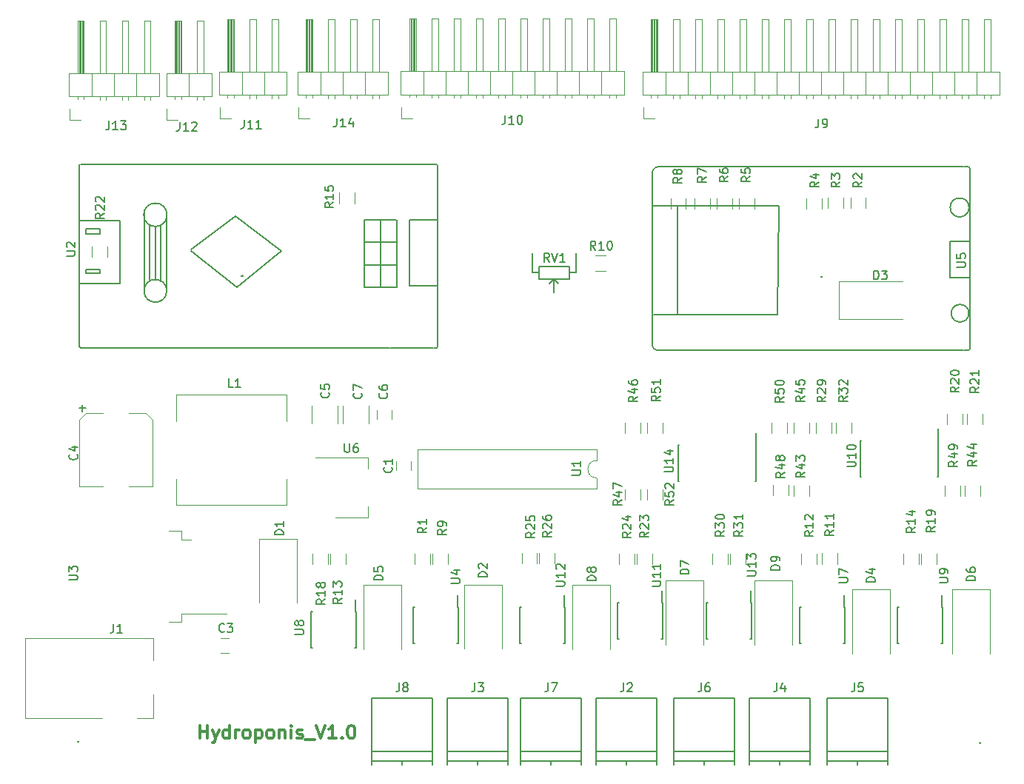
<source format=gbr>
G04 #@! TF.FileFunction,Legend,Top*
%FSLAX46Y46*%
G04 Gerber Fmt 4.6, Leading zero omitted, Abs format (unit mm)*
G04 Created by KiCad (PCBNEW 4.0.7) date 12/28/17 14:24:20*
%MOMM*%
%LPD*%
G01*
G04 APERTURE LIST*
%ADD10C,0.100000*%
%ADD11C,0.300000*%
%ADD12C,0.150000*%
%ADD13C,0.120000*%
G04 APERTURE END LIST*
D10*
D11*
X87358572Y-140438571D02*
X87358572Y-138938571D01*
X87358572Y-139652857D02*
X88215715Y-139652857D01*
X88215715Y-140438571D02*
X88215715Y-138938571D01*
X88787144Y-139438571D02*
X89144287Y-140438571D01*
X89501429Y-139438571D02*
X89144287Y-140438571D01*
X89001429Y-140795714D01*
X88930001Y-140867143D01*
X88787144Y-140938571D01*
X90715715Y-140438571D02*
X90715715Y-138938571D01*
X90715715Y-140367143D02*
X90572858Y-140438571D01*
X90287144Y-140438571D01*
X90144286Y-140367143D01*
X90072858Y-140295714D01*
X90001429Y-140152857D01*
X90001429Y-139724286D01*
X90072858Y-139581429D01*
X90144286Y-139510000D01*
X90287144Y-139438571D01*
X90572858Y-139438571D01*
X90715715Y-139510000D01*
X91430001Y-140438571D02*
X91430001Y-139438571D01*
X91430001Y-139724286D02*
X91501429Y-139581429D01*
X91572858Y-139510000D01*
X91715715Y-139438571D01*
X91858572Y-139438571D01*
X92572858Y-140438571D02*
X92430000Y-140367143D01*
X92358572Y-140295714D01*
X92287143Y-140152857D01*
X92287143Y-139724286D01*
X92358572Y-139581429D01*
X92430000Y-139510000D01*
X92572858Y-139438571D01*
X92787143Y-139438571D01*
X92930000Y-139510000D01*
X93001429Y-139581429D01*
X93072858Y-139724286D01*
X93072858Y-140152857D01*
X93001429Y-140295714D01*
X92930000Y-140367143D01*
X92787143Y-140438571D01*
X92572858Y-140438571D01*
X93715715Y-139438571D02*
X93715715Y-140938571D01*
X93715715Y-139510000D02*
X93858572Y-139438571D01*
X94144286Y-139438571D01*
X94287143Y-139510000D01*
X94358572Y-139581429D01*
X94430001Y-139724286D01*
X94430001Y-140152857D01*
X94358572Y-140295714D01*
X94287143Y-140367143D01*
X94144286Y-140438571D01*
X93858572Y-140438571D01*
X93715715Y-140367143D01*
X95287144Y-140438571D02*
X95144286Y-140367143D01*
X95072858Y-140295714D01*
X95001429Y-140152857D01*
X95001429Y-139724286D01*
X95072858Y-139581429D01*
X95144286Y-139510000D01*
X95287144Y-139438571D01*
X95501429Y-139438571D01*
X95644286Y-139510000D01*
X95715715Y-139581429D01*
X95787144Y-139724286D01*
X95787144Y-140152857D01*
X95715715Y-140295714D01*
X95644286Y-140367143D01*
X95501429Y-140438571D01*
X95287144Y-140438571D01*
X96430001Y-139438571D02*
X96430001Y-140438571D01*
X96430001Y-139581429D02*
X96501429Y-139510000D01*
X96644287Y-139438571D01*
X96858572Y-139438571D01*
X97001429Y-139510000D01*
X97072858Y-139652857D01*
X97072858Y-140438571D01*
X97787144Y-140438571D02*
X97787144Y-139438571D01*
X97787144Y-138938571D02*
X97715715Y-139010000D01*
X97787144Y-139081429D01*
X97858572Y-139010000D01*
X97787144Y-138938571D01*
X97787144Y-139081429D01*
X98430001Y-140367143D02*
X98572858Y-140438571D01*
X98858573Y-140438571D01*
X99001430Y-140367143D01*
X99072858Y-140224286D01*
X99072858Y-140152857D01*
X99001430Y-140010000D01*
X98858573Y-139938571D01*
X98644287Y-139938571D01*
X98501430Y-139867143D01*
X98430001Y-139724286D01*
X98430001Y-139652857D01*
X98501430Y-139510000D01*
X98644287Y-139438571D01*
X98858573Y-139438571D01*
X99001430Y-139510000D01*
X99358573Y-140581429D02*
X100501430Y-140581429D01*
X100644287Y-138938571D02*
X101144287Y-140438571D01*
X101644287Y-138938571D01*
X102930001Y-140438571D02*
X102072858Y-140438571D01*
X102501430Y-140438571D02*
X102501430Y-138938571D01*
X102358573Y-139152857D01*
X102215715Y-139295714D01*
X102072858Y-139367143D01*
X103572858Y-140295714D02*
X103644286Y-140367143D01*
X103572858Y-140438571D01*
X103501429Y-140367143D01*
X103572858Y-140295714D01*
X103572858Y-140438571D01*
X104572858Y-138938571D02*
X104715715Y-138938571D01*
X104858572Y-139010000D01*
X104930001Y-139081429D01*
X105001430Y-139224286D01*
X105072858Y-139510000D01*
X105072858Y-139867143D01*
X105001430Y-140152857D01*
X104930001Y-140295714D01*
X104858572Y-140367143D01*
X104715715Y-140438571D01*
X104572858Y-140438571D01*
X104430001Y-140367143D01*
X104358572Y-140295714D01*
X104287144Y-140152857D01*
X104215715Y-139867143D01*
X104215715Y-139510000D01*
X104287144Y-139224286D01*
X104358572Y-139081429D01*
X104430001Y-139010000D01*
X104572858Y-138938571D01*
D12*
X172247000Y-125433000D02*
X172197000Y-125433000D01*
X172247000Y-129583000D02*
X172102000Y-129583000D01*
X167097000Y-129583000D02*
X167242000Y-129583000D01*
X167097000Y-125433000D02*
X167242000Y-125433000D01*
X172247000Y-125433000D02*
X172247000Y-129583000D01*
X167097000Y-125433000D02*
X167097000Y-129583000D01*
X172197000Y-125433000D02*
X172197000Y-124033000D01*
X129067000Y-125433000D02*
X129017000Y-125433000D01*
X129067000Y-129583000D02*
X128922000Y-129583000D01*
X123917000Y-129583000D02*
X124062000Y-129583000D01*
X123917000Y-125433000D02*
X124062000Y-125433000D01*
X129067000Y-125433000D02*
X129067000Y-129583000D01*
X123917000Y-125433000D02*
X123917000Y-129583000D01*
X129017000Y-125433000D02*
X129017000Y-124033000D01*
X161071000Y-125433000D02*
X161021000Y-125433000D01*
X161071000Y-129583000D02*
X160926000Y-129583000D01*
X155921000Y-129583000D02*
X156066000Y-129583000D01*
X155921000Y-125433000D02*
X156066000Y-125433000D01*
X161071000Y-125433000D02*
X161071000Y-129583000D01*
X155921000Y-125433000D02*
X155921000Y-129583000D01*
X161021000Y-125433000D02*
X161021000Y-124033000D01*
X82250000Y-87950000D02*
X82250000Y-81900000D01*
X82850000Y-88150000D02*
X82850000Y-81750000D01*
X81600000Y-88050000D02*
X81600000Y-81650000D01*
X83578533Y-80550000D02*
G75*
G03X83578533Y-80550000I-1328533J0D01*
G01*
X83547112Y-89250000D02*
G75*
G03X83547112Y-89250000I-1297112J0D01*
G01*
X83550000Y-89250000D02*
X83550000Y-80400000D01*
X80950000Y-89300000D02*
X80950000Y-80350000D01*
X86350000Y-84700000D02*
X91600000Y-88850000D01*
X91600000Y-88850000D02*
X96650000Y-84650000D01*
X96650000Y-84650000D02*
X91400000Y-80700000D01*
X91400000Y-80700000D02*
X86350000Y-84550000D01*
X106150000Y-86300000D02*
X109900000Y-86300000D01*
X109850000Y-88800000D02*
X109850000Y-81150000D01*
X106150000Y-83700000D02*
X109750000Y-83700000D01*
X108000000Y-88750000D02*
X108000000Y-81100000D01*
X106150000Y-81100000D02*
X106150000Y-88850000D01*
X106100000Y-88800000D02*
X109800000Y-88800000D01*
X109750000Y-81150000D02*
X106150000Y-81150000D01*
X114550000Y-88700000D02*
X111300000Y-88700000D01*
X111300000Y-88700000D02*
X111300000Y-81150000D01*
X111300000Y-81150000D02*
X114500000Y-81150000D01*
X74300000Y-82200000D02*
X74300000Y-82750000D01*
X74300000Y-82750000D02*
X75900000Y-82750000D01*
X75900000Y-82750000D02*
X75900000Y-82150000D01*
X75900000Y-82150000D02*
X74300000Y-82150000D01*
X74300000Y-87200000D02*
X74300000Y-86800000D01*
X74300000Y-86800000D02*
X75950000Y-86800000D01*
X75950000Y-86800000D02*
X75950000Y-87150000D01*
X75950000Y-87150000D02*
X75950000Y-87250000D01*
X75950000Y-87250000D02*
X74300000Y-87250000D01*
X73650000Y-88400000D02*
X78200000Y-88400000D01*
X78200000Y-88400000D02*
X78200000Y-81200000D01*
X78200000Y-81200000D02*
X73600000Y-81200000D01*
X114100000Y-95750000D02*
X114400000Y-95750000D01*
X114450000Y-95700000D02*
G75*
G03X114550000Y-95500000I-50000J150000D01*
G01*
X114550000Y-74950000D02*
G75*
G03X114150000Y-74750000I-300000J-100000D01*
G01*
X114550000Y-75050000D02*
G75*
G03X114400000Y-74800000I-200000J50000D01*
G01*
X109250000Y-74750000D02*
X114100000Y-74750000D01*
X114550000Y-95600000D02*
X114550000Y-74950000D01*
X109075000Y-95750000D02*
X114050000Y-95750000D01*
X73500000Y-75000000D02*
X73500000Y-75500000D01*
X74000000Y-74750000D02*
X73750000Y-74750000D01*
X73750000Y-74750000D02*
G75*
G03X73500000Y-75000000I0J-250000D01*
G01*
X74200000Y-74750000D02*
X73900000Y-74750000D01*
X73500000Y-75850000D02*
X73500000Y-75400000D01*
X73500000Y-95350000D02*
X73500000Y-95500000D01*
X73500000Y-95500000D02*
G75*
G03X73750000Y-95750000I250000J0D01*
G01*
X74200000Y-95750000D02*
X73750000Y-95750000D01*
X73500000Y-94600000D02*
X73500000Y-95350000D01*
X109050000Y-74750000D02*
X109250000Y-74750000D01*
X74250000Y-74750000D02*
X109050000Y-74750000D01*
X109050000Y-95750000D02*
X74250000Y-95750000D01*
X73500000Y-94580000D02*
X73500000Y-75800000D01*
D13*
X76770000Y-84170000D02*
X76770000Y-85370000D01*
X75010000Y-85370000D02*
X75010000Y-84170000D01*
X109790000Y-108750000D02*
X109790000Y-109750000D01*
X111490000Y-109750000D02*
X111490000Y-108750000D01*
X90670000Y-128944000D02*
X89670000Y-128944000D01*
X89670000Y-130644000D02*
X90670000Y-130644000D01*
X73534000Y-111632000D02*
X76214000Y-111632000D01*
X81914000Y-111632000D02*
X79234000Y-111632000D01*
X81154000Y-103252000D02*
X79234000Y-103252000D01*
X74294000Y-103252000D02*
X76214000Y-103252000D01*
X73534000Y-111632000D02*
X73534000Y-104012000D01*
X73534000Y-104012000D02*
X74294000Y-103252000D01*
X81154000Y-103252000D02*
X81914000Y-104012000D01*
X81914000Y-104012000D02*
X81914000Y-111632000D01*
X103080000Y-104378000D02*
X103080000Y-102378000D01*
X100120000Y-102378000D02*
X100120000Y-104378000D01*
X107608000Y-102878000D02*
X107608000Y-103878000D01*
X109308000Y-103878000D02*
X109308000Y-102878000D01*
X103676000Y-102378000D02*
X103676000Y-104378000D01*
X106636000Y-104378000D02*
X106636000Y-102378000D01*
X98447500Y-117592500D02*
X94147500Y-117592500D01*
X94147500Y-117592500D02*
X94147500Y-124892500D01*
X98447500Y-117592500D02*
X98447500Y-124892500D01*
X121900000Y-122890000D02*
X117600000Y-122890000D01*
X117600000Y-122890000D02*
X117600000Y-130190000D01*
X121900000Y-122890000D02*
X121900000Y-130190000D01*
X160370000Y-88180000D02*
X160370000Y-92480000D01*
X160370000Y-92480000D02*
X167670000Y-92480000D01*
X160370000Y-88180000D02*
X167670000Y-88180000D01*
X166234000Y-123416000D02*
X161934000Y-123416000D01*
X161934000Y-123416000D02*
X161934000Y-130716000D01*
X166234000Y-123416000D02*
X166234000Y-130716000D01*
X110354000Y-122908000D02*
X106054000Y-122908000D01*
X106054000Y-122908000D02*
X106054000Y-130208000D01*
X110354000Y-122908000D02*
X110354000Y-130208000D01*
X177664000Y-123416000D02*
X173364000Y-123416000D01*
X173364000Y-123416000D02*
X173364000Y-130716000D01*
X177664000Y-123416000D02*
X177664000Y-130716000D01*
X144898000Y-122400000D02*
X140598000Y-122400000D01*
X140598000Y-122400000D02*
X140598000Y-129700000D01*
X144898000Y-122400000D02*
X144898000Y-129700000D01*
X134230000Y-122908000D02*
X129930000Y-122908000D01*
X129930000Y-122908000D02*
X129930000Y-130208000D01*
X134230000Y-122908000D02*
X134230000Y-130208000D01*
X155058000Y-122400000D02*
X150758000Y-122400000D01*
X150758000Y-122400000D02*
X150758000Y-129700000D01*
X155058000Y-122400000D02*
X155058000Y-129700000D01*
X76130000Y-138140000D02*
X67330000Y-138140000D01*
X67330000Y-138140000D02*
X67330000Y-128940000D01*
X82030000Y-135440000D02*
X82030000Y-138140000D01*
X82030000Y-138140000D02*
X80130000Y-138140000D01*
X67330000Y-128940000D02*
X82030000Y-128940000D01*
X82030000Y-128940000D02*
X82030000Y-131540000D01*
D12*
X136116000Y-143038000D02*
X136116000Y-143438000D01*
X132616000Y-141938000D02*
X139616000Y-141938000D01*
X132616000Y-143038000D02*
X139616000Y-143038000D01*
X132616000Y-135838000D02*
X132616000Y-143438000D01*
X139616000Y-143438000D02*
X139616000Y-135838000D01*
X139616000Y-135838000D02*
X132616000Y-135838000D01*
X119098000Y-143038000D02*
X119098000Y-143438000D01*
X115598000Y-141938000D02*
X122598000Y-141938000D01*
X115598000Y-143038000D02*
X122598000Y-143038000D01*
X115598000Y-135838000D02*
X115598000Y-143438000D01*
X122598000Y-143438000D02*
X122598000Y-135838000D01*
X122598000Y-135838000D02*
X115598000Y-135838000D01*
X153642000Y-143038000D02*
X153642000Y-143438000D01*
X150142000Y-141938000D02*
X157142000Y-141938000D01*
X150142000Y-143038000D02*
X157142000Y-143038000D01*
X150142000Y-135838000D02*
X150142000Y-143438000D01*
X157142000Y-143438000D02*
X157142000Y-135838000D01*
X157142000Y-135838000D02*
X150142000Y-135838000D01*
X162532000Y-143038000D02*
X162532000Y-143438000D01*
X159032000Y-141938000D02*
X166032000Y-141938000D01*
X159032000Y-143038000D02*
X166032000Y-143038000D01*
X159032000Y-135838000D02*
X159032000Y-143438000D01*
X166032000Y-143438000D02*
X166032000Y-135838000D01*
X166032000Y-135838000D02*
X159032000Y-135838000D01*
X145006000Y-143038000D02*
X145006000Y-143438000D01*
X141506000Y-141938000D02*
X148506000Y-141938000D01*
X141506000Y-143038000D02*
X148506000Y-143038000D01*
X141506000Y-135838000D02*
X141506000Y-143438000D01*
X148506000Y-143438000D02*
X148506000Y-135838000D01*
X148506000Y-135838000D02*
X141506000Y-135838000D01*
X127480000Y-143038000D02*
X127480000Y-143438000D01*
X123980000Y-141938000D02*
X130980000Y-141938000D01*
X123980000Y-143038000D02*
X130980000Y-143038000D01*
X123980000Y-135838000D02*
X123980000Y-143438000D01*
X130980000Y-143438000D02*
X130980000Y-135838000D01*
X130980000Y-135838000D02*
X123980000Y-135838000D01*
X110462000Y-143038000D02*
X110462000Y-143438000D01*
X106962000Y-141938000D02*
X113962000Y-141938000D01*
X106962000Y-143038000D02*
X113962000Y-143038000D01*
X106962000Y-135838000D02*
X106962000Y-143438000D01*
X113962000Y-143438000D02*
X113962000Y-135838000D01*
X113962000Y-135838000D02*
X106962000Y-135838000D01*
D13*
X137980000Y-66840000D02*
X178740000Y-66840000D01*
X178740000Y-66840000D02*
X178740000Y-64180000D01*
X178740000Y-64180000D02*
X137980000Y-64180000D01*
X137980000Y-64180000D02*
X137980000Y-66840000D01*
X138930000Y-64180000D02*
X138930000Y-58180000D01*
X138930000Y-58180000D02*
X139690000Y-58180000D01*
X139690000Y-58180000D02*
X139690000Y-64180000D01*
X138990000Y-64180000D02*
X138990000Y-58180000D01*
X139110000Y-64180000D02*
X139110000Y-58180000D01*
X139230000Y-64180000D02*
X139230000Y-58180000D01*
X139350000Y-64180000D02*
X139350000Y-58180000D01*
X139470000Y-64180000D02*
X139470000Y-58180000D01*
X139590000Y-64180000D02*
X139590000Y-58180000D01*
X138930000Y-67170000D02*
X138930000Y-66840000D01*
X139690000Y-67170000D02*
X139690000Y-66840000D01*
X140580000Y-66840000D02*
X140580000Y-64180000D01*
X141470000Y-64180000D02*
X141470000Y-58180000D01*
X141470000Y-58180000D02*
X142230000Y-58180000D01*
X142230000Y-58180000D02*
X142230000Y-64180000D01*
X141470000Y-67237071D02*
X141470000Y-66840000D01*
X142230000Y-67237071D02*
X142230000Y-66840000D01*
X143120000Y-66840000D02*
X143120000Y-64180000D01*
X144010000Y-64180000D02*
X144010000Y-58180000D01*
X144010000Y-58180000D02*
X144770000Y-58180000D01*
X144770000Y-58180000D02*
X144770000Y-64180000D01*
X144010000Y-67237071D02*
X144010000Y-66840000D01*
X144770000Y-67237071D02*
X144770000Y-66840000D01*
X145660000Y-66840000D02*
X145660000Y-64180000D01*
X146550000Y-64180000D02*
X146550000Y-58180000D01*
X146550000Y-58180000D02*
X147310000Y-58180000D01*
X147310000Y-58180000D02*
X147310000Y-64180000D01*
X146550000Y-67237071D02*
X146550000Y-66840000D01*
X147310000Y-67237071D02*
X147310000Y-66840000D01*
X148200000Y-66840000D02*
X148200000Y-64180000D01*
X149090000Y-64180000D02*
X149090000Y-58180000D01*
X149090000Y-58180000D02*
X149850000Y-58180000D01*
X149850000Y-58180000D02*
X149850000Y-64180000D01*
X149090000Y-67237071D02*
X149090000Y-66840000D01*
X149850000Y-67237071D02*
X149850000Y-66840000D01*
X150740000Y-66840000D02*
X150740000Y-64180000D01*
X151630000Y-64180000D02*
X151630000Y-58180000D01*
X151630000Y-58180000D02*
X152390000Y-58180000D01*
X152390000Y-58180000D02*
X152390000Y-64180000D01*
X151630000Y-67237071D02*
X151630000Y-66840000D01*
X152390000Y-67237071D02*
X152390000Y-66840000D01*
X153280000Y-66840000D02*
X153280000Y-64180000D01*
X154170000Y-64180000D02*
X154170000Y-58180000D01*
X154170000Y-58180000D02*
X154930000Y-58180000D01*
X154930000Y-58180000D02*
X154930000Y-64180000D01*
X154170000Y-67237071D02*
X154170000Y-66840000D01*
X154930000Y-67237071D02*
X154930000Y-66840000D01*
X155820000Y-66840000D02*
X155820000Y-64180000D01*
X156710000Y-64180000D02*
X156710000Y-58180000D01*
X156710000Y-58180000D02*
X157470000Y-58180000D01*
X157470000Y-58180000D02*
X157470000Y-64180000D01*
X156710000Y-67237071D02*
X156710000Y-66840000D01*
X157470000Y-67237071D02*
X157470000Y-66840000D01*
X158360000Y-66840000D02*
X158360000Y-64180000D01*
X159250000Y-64180000D02*
X159250000Y-58180000D01*
X159250000Y-58180000D02*
X160010000Y-58180000D01*
X160010000Y-58180000D02*
X160010000Y-64180000D01*
X159250000Y-67237071D02*
X159250000Y-66840000D01*
X160010000Y-67237071D02*
X160010000Y-66840000D01*
X160900000Y-66840000D02*
X160900000Y-64180000D01*
X161790000Y-64180000D02*
X161790000Y-58180000D01*
X161790000Y-58180000D02*
X162550000Y-58180000D01*
X162550000Y-58180000D02*
X162550000Y-64180000D01*
X161790000Y-67237071D02*
X161790000Y-66840000D01*
X162550000Y-67237071D02*
X162550000Y-66840000D01*
X163440000Y-66840000D02*
X163440000Y-64180000D01*
X164330000Y-64180000D02*
X164330000Y-58180000D01*
X164330000Y-58180000D02*
X165090000Y-58180000D01*
X165090000Y-58180000D02*
X165090000Y-64180000D01*
X164330000Y-67237071D02*
X164330000Y-66840000D01*
X165090000Y-67237071D02*
X165090000Y-66840000D01*
X165980000Y-66840000D02*
X165980000Y-64180000D01*
X166870000Y-64180000D02*
X166870000Y-58180000D01*
X166870000Y-58180000D02*
X167630000Y-58180000D01*
X167630000Y-58180000D02*
X167630000Y-64180000D01*
X166870000Y-67237071D02*
X166870000Y-66840000D01*
X167630000Y-67237071D02*
X167630000Y-66840000D01*
X168520000Y-66840000D02*
X168520000Y-64180000D01*
X169410000Y-64180000D02*
X169410000Y-58180000D01*
X169410000Y-58180000D02*
X170170000Y-58180000D01*
X170170000Y-58180000D02*
X170170000Y-64180000D01*
X169410000Y-67237071D02*
X169410000Y-66840000D01*
X170170000Y-67237071D02*
X170170000Y-66840000D01*
X171060000Y-66840000D02*
X171060000Y-64180000D01*
X171950000Y-64180000D02*
X171950000Y-58180000D01*
X171950000Y-58180000D02*
X172710000Y-58180000D01*
X172710000Y-58180000D02*
X172710000Y-64180000D01*
X171950000Y-67237071D02*
X171950000Y-66840000D01*
X172710000Y-67237071D02*
X172710000Y-66840000D01*
X173600000Y-66840000D02*
X173600000Y-64180000D01*
X174490000Y-64180000D02*
X174490000Y-58180000D01*
X174490000Y-58180000D02*
X175250000Y-58180000D01*
X175250000Y-58180000D02*
X175250000Y-64180000D01*
X174490000Y-67237071D02*
X174490000Y-66840000D01*
X175250000Y-67237071D02*
X175250000Y-66840000D01*
X176140000Y-66840000D02*
X176140000Y-64180000D01*
X177030000Y-64180000D02*
X177030000Y-58180000D01*
X177030000Y-58180000D02*
X177790000Y-58180000D01*
X177790000Y-58180000D02*
X177790000Y-64180000D01*
X177030000Y-67237071D02*
X177030000Y-66840000D01*
X177790000Y-67237071D02*
X177790000Y-66840000D01*
X139310000Y-69550000D02*
X138040000Y-69550000D01*
X138040000Y-69550000D02*
X138040000Y-68280000D01*
X110320000Y-66790000D02*
X135840000Y-66790000D01*
X135840000Y-66790000D02*
X135840000Y-64130000D01*
X135840000Y-64130000D02*
X110320000Y-64130000D01*
X110320000Y-64130000D02*
X110320000Y-66790000D01*
X111270000Y-64130000D02*
X111270000Y-58130000D01*
X111270000Y-58130000D02*
X112030000Y-58130000D01*
X112030000Y-58130000D02*
X112030000Y-64130000D01*
X111330000Y-64130000D02*
X111330000Y-58130000D01*
X111450000Y-64130000D02*
X111450000Y-58130000D01*
X111570000Y-64130000D02*
X111570000Y-58130000D01*
X111690000Y-64130000D02*
X111690000Y-58130000D01*
X111810000Y-64130000D02*
X111810000Y-58130000D01*
X111930000Y-64130000D02*
X111930000Y-58130000D01*
X111270000Y-67120000D02*
X111270000Y-66790000D01*
X112030000Y-67120000D02*
X112030000Y-66790000D01*
X112920000Y-66790000D02*
X112920000Y-64130000D01*
X113810000Y-64130000D02*
X113810000Y-58130000D01*
X113810000Y-58130000D02*
X114570000Y-58130000D01*
X114570000Y-58130000D02*
X114570000Y-64130000D01*
X113810000Y-67187071D02*
X113810000Y-66790000D01*
X114570000Y-67187071D02*
X114570000Y-66790000D01*
X115460000Y-66790000D02*
X115460000Y-64130000D01*
X116350000Y-64130000D02*
X116350000Y-58130000D01*
X116350000Y-58130000D02*
X117110000Y-58130000D01*
X117110000Y-58130000D02*
X117110000Y-64130000D01*
X116350000Y-67187071D02*
X116350000Y-66790000D01*
X117110000Y-67187071D02*
X117110000Y-66790000D01*
X118000000Y-66790000D02*
X118000000Y-64130000D01*
X118890000Y-64130000D02*
X118890000Y-58130000D01*
X118890000Y-58130000D02*
X119650000Y-58130000D01*
X119650000Y-58130000D02*
X119650000Y-64130000D01*
X118890000Y-67187071D02*
X118890000Y-66790000D01*
X119650000Y-67187071D02*
X119650000Y-66790000D01*
X120540000Y-66790000D02*
X120540000Y-64130000D01*
X121430000Y-64130000D02*
X121430000Y-58130000D01*
X121430000Y-58130000D02*
X122190000Y-58130000D01*
X122190000Y-58130000D02*
X122190000Y-64130000D01*
X121430000Y-67187071D02*
X121430000Y-66790000D01*
X122190000Y-67187071D02*
X122190000Y-66790000D01*
X123080000Y-66790000D02*
X123080000Y-64130000D01*
X123970000Y-64130000D02*
X123970000Y-58130000D01*
X123970000Y-58130000D02*
X124730000Y-58130000D01*
X124730000Y-58130000D02*
X124730000Y-64130000D01*
X123970000Y-67187071D02*
X123970000Y-66790000D01*
X124730000Y-67187071D02*
X124730000Y-66790000D01*
X125620000Y-66790000D02*
X125620000Y-64130000D01*
X126510000Y-64130000D02*
X126510000Y-58130000D01*
X126510000Y-58130000D02*
X127270000Y-58130000D01*
X127270000Y-58130000D02*
X127270000Y-64130000D01*
X126510000Y-67187071D02*
X126510000Y-66790000D01*
X127270000Y-67187071D02*
X127270000Y-66790000D01*
X128160000Y-66790000D02*
X128160000Y-64130000D01*
X129050000Y-64130000D02*
X129050000Y-58130000D01*
X129050000Y-58130000D02*
X129810000Y-58130000D01*
X129810000Y-58130000D02*
X129810000Y-64130000D01*
X129050000Y-67187071D02*
X129050000Y-66790000D01*
X129810000Y-67187071D02*
X129810000Y-66790000D01*
X130700000Y-66790000D02*
X130700000Y-64130000D01*
X131590000Y-64130000D02*
X131590000Y-58130000D01*
X131590000Y-58130000D02*
X132350000Y-58130000D01*
X132350000Y-58130000D02*
X132350000Y-64130000D01*
X131590000Y-67187071D02*
X131590000Y-66790000D01*
X132350000Y-67187071D02*
X132350000Y-66790000D01*
X133240000Y-66790000D02*
X133240000Y-64130000D01*
X134130000Y-64130000D02*
X134130000Y-58130000D01*
X134130000Y-58130000D02*
X134890000Y-58130000D01*
X134890000Y-58130000D02*
X134890000Y-64130000D01*
X134130000Y-67187071D02*
X134130000Y-66790000D01*
X134890000Y-67187071D02*
X134890000Y-66790000D01*
X111650000Y-69500000D02*
X110380000Y-69500000D01*
X110380000Y-69500000D02*
X110380000Y-68230000D01*
X89530000Y-66850000D02*
X97270000Y-66850000D01*
X97270000Y-66850000D02*
X97270000Y-64190000D01*
X97270000Y-64190000D02*
X89530000Y-64190000D01*
X89530000Y-64190000D02*
X89530000Y-66850000D01*
X90480000Y-64190000D02*
X90480000Y-58190000D01*
X90480000Y-58190000D02*
X91240000Y-58190000D01*
X91240000Y-58190000D02*
X91240000Y-64190000D01*
X90540000Y-64190000D02*
X90540000Y-58190000D01*
X90660000Y-64190000D02*
X90660000Y-58190000D01*
X90780000Y-64190000D02*
X90780000Y-58190000D01*
X90900000Y-64190000D02*
X90900000Y-58190000D01*
X91020000Y-64190000D02*
X91020000Y-58190000D01*
X91140000Y-64190000D02*
X91140000Y-58190000D01*
X90480000Y-67180000D02*
X90480000Y-66850000D01*
X91240000Y-67180000D02*
X91240000Y-66850000D01*
X92130000Y-66850000D02*
X92130000Y-64190000D01*
X93020000Y-64190000D02*
X93020000Y-58190000D01*
X93020000Y-58190000D02*
X93780000Y-58190000D01*
X93780000Y-58190000D02*
X93780000Y-64190000D01*
X93020000Y-67247071D02*
X93020000Y-66850000D01*
X93780000Y-67247071D02*
X93780000Y-66850000D01*
X94670000Y-66850000D02*
X94670000Y-64190000D01*
X95560000Y-64190000D02*
X95560000Y-58190000D01*
X95560000Y-58190000D02*
X96320000Y-58190000D01*
X96320000Y-58190000D02*
X96320000Y-64190000D01*
X95560000Y-67247071D02*
X95560000Y-66850000D01*
X96320000Y-67247071D02*
X96320000Y-66850000D01*
X90860000Y-69560000D02*
X89590000Y-69560000D01*
X89590000Y-69560000D02*
X89590000Y-68290000D01*
X83500000Y-66990000D02*
X88700000Y-66990000D01*
X88700000Y-66990000D02*
X88700000Y-64330000D01*
X88700000Y-64330000D02*
X83500000Y-64330000D01*
X83500000Y-64330000D02*
X83500000Y-66990000D01*
X84450000Y-64330000D02*
X84450000Y-58330000D01*
X84450000Y-58330000D02*
X85210000Y-58330000D01*
X85210000Y-58330000D02*
X85210000Y-64330000D01*
X84510000Y-64330000D02*
X84510000Y-58330000D01*
X84630000Y-64330000D02*
X84630000Y-58330000D01*
X84750000Y-64330000D02*
X84750000Y-58330000D01*
X84870000Y-64330000D02*
X84870000Y-58330000D01*
X84990000Y-64330000D02*
X84990000Y-58330000D01*
X85110000Y-64330000D02*
X85110000Y-58330000D01*
X84450000Y-67320000D02*
X84450000Y-66990000D01*
X85210000Y-67320000D02*
X85210000Y-66990000D01*
X86100000Y-66990000D02*
X86100000Y-64330000D01*
X86990000Y-64330000D02*
X86990000Y-58330000D01*
X86990000Y-58330000D02*
X87750000Y-58330000D01*
X87750000Y-58330000D02*
X87750000Y-64330000D01*
X86990000Y-67387071D02*
X86990000Y-66990000D01*
X87750000Y-67387071D02*
X87750000Y-66990000D01*
X84830000Y-69700000D02*
X83560000Y-69700000D01*
X83560000Y-69700000D02*
X83560000Y-68430000D01*
X72380000Y-67010000D02*
X82660000Y-67010000D01*
X82660000Y-67010000D02*
X82660000Y-64350000D01*
X82660000Y-64350000D02*
X72380000Y-64350000D01*
X72380000Y-64350000D02*
X72380000Y-67010000D01*
X73330000Y-64350000D02*
X73330000Y-58350000D01*
X73330000Y-58350000D02*
X74090000Y-58350000D01*
X74090000Y-58350000D02*
X74090000Y-64350000D01*
X73390000Y-64350000D02*
X73390000Y-58350000D01*
X73510000Y-64350000D02*
X73510000Y-58350000D01*
X73630000Y-64350000D02*
X73630000Y-58350000D01*
X73750000Y-64350000D02*
X73750000Y-58350000D01*
X73870000Y-64350000D02*
X73870000Y-58350000D01*
X73990000Y-64350000D02*
X73990000Y-58350000D01*
X73330000Y-67340000D02*
X73330000Y-67010000D01*
X74090000Y-67340000D02*
X74090000Y-67010000D01*
X74980000Y-67010000D02*
X74980000Y-64350000D01*
X75870000Y-64350000D02*
X75870000Y-58350000D01*
X75870000Y-58350000D02*
X76630000Y-58350000D01*
X76630000Y-58350000D02*
X76630000Y-64350000D01*
X75870000Y-67407071D02*
X75870000Y-67010000D01*
X76630000Y-67407071D02*
X76630000Y-67010000D01*
X77520000Y-67010000D02*
X77520000Y-64350000D01*
X78410000Y-64350000D02*
X78410000Y-58350000D01*
X78410000Y-58350000D02*
X79170000Y-58350000D01*
X79170000Y-58350000D02*
X79170000Y-64350000D01*
X78410000Y-67407071D02*
X78410000Y-67010000D01*
X79170000Y-67407071D02*
X79170000Y-67010000D01*
X80060000Y-67010000D02*
X80060000Y-64350000D01*
X80950000Y-64350000D02*
X80950000Y-58350000D01*
X80950000Y-58350000D02*
X81710000Y-58350000D01*
X81710000Y-58350000D02*
X81710000Y-64350000D01*
X80950000Y-67407071D02*
X80950000Y-67010000D01*
X81710000Y-67407071D02*
X81710000Y-67010000D01*
X73710000Y-69720000D02*
X72440000Y-69720000D01*
X72440000Y-69720000D02*
X72440000Y-68450000D01*
X98530000Y-66850000D02*
X108810000Y-66850000D01*
X108810000Y-66850000D02*
X108810000Y-64190000D01*
X108810000Y-64190000D02*
X98530000Y-64190000D01*
X98530000Y-64190000D02*
X98530000Y-66850000D01*
X99480000Y-64190000D02*
X99480000Y-58190000D01*
X99480000Y-58190000D02*
X100240000Y-58190000D01*
X100240000Y-58190000D02*
X100240000Y-64190000D01*
X99540000Y-64190000D02*
X99540000Y-58190000D01*
X99660000Y-64190000D02*
X99660000Y-58190000D01*
X99780000Y-64190000D02*
X99780000Y-58190000D01*
X99900000Y-64190000D02*
X99900000Y-58190000D01*
X100020000Y-64190000D02*
X100020000Y-58190000D01*
X100140000Y-64190000D02*
X100140000Y-58190000D01*
X99480000Y-67180000D02*
X99480000Y-66850000D01*
X100240000Y-67180000D02*
X100240000Y-66850000D01*
X101130000Y-66850000D02*
X101130000Y-64190000D01*
X102020000Y-64190000D02*
X102020000Y-58190000D01*
X102020000Y-58190000D02*
X102780000Y-58190000D01*
X102780000Y-58190000D02*
X102780000Y-64190000D01*
X102020000Y-67247071D02*
X102020000Y-66850000D01*
X102780000Y-67247071D02*
X102780000Y-66850000D01*
X103670000Y-66850000D02*
X103670000Y-64190000D01*
X104560000Y-64190000D02*
X104560000Y-58190000D01*
X104560000Y-58190000D02*
X105320000Y-58190000D01*
X105320000Y-58190000D02*
X105320000Y-64190000D01*
X104560000Y-67247071D02*
X104560000Y-66850000D01*
X105320000Y-67247071D02*
X105320000Y-66850000D01*
X106210000Y-66850000D02*
X106210000Y-64190000D01*
X107100000Y-64190000D02*
X107100000Y-58190000D01*
X107100000Y-58190000D02*
X107860000Y-58190000D01*
X107860000Y-58190000D02*
X107860000Y-64190000D01*
X107100000Y-67247071D02*
X107100000Y-66850000D01*
X107860000Y-67247071D02*
X107860000Y-66850000D01*
X99860000Y-69560000D02*
X98590000Y-69560000D01*
X98590000Y-69560000D02*
X98590000Y-68290000D01*
X84632000Y-104142000D02*
X84632000Y-101142000D01*
X84632000Y-101142000D02*
X97232000Y-101142000D01*
X97232000Y-101142000D02*
X97232000Y-104142000D01*
X97232000Y-110742000D02*
X97232000Y-113742000D01*
X97232000Y-113742000D02*
X84632000Y-113742000D01*
X84632000Y-113742000D02*
X84632000Y-110742000D01*
X111896000Y-120488000D02*
X111896000Y-119288000D01*
X113656000Y-119288000D02*
X113656000Y-120488000D01*
X161730000Y-79810000D02*
X161730000Y-78610000D01*
X163490000Y-78610000D02*
X163490000Y-79810000D01*
X159180000Y-79810000D02*
X159180000Y-78610000D01*
X160940000Y-78610000D02*
X160940000Y-79810000D01*
X156700000Y-79850000D02*
X156700000Y-78650000D01*
X158460000Y-78650000D02*
X158460000Y-79850000D01*
X149020000Y-79850000D02*
X149020000Y-78650000D01*
X150780000Y-78650000D02*
X150780000Y-79850000D01*
X146440000Y-79870000D02*
X146440000Y-78670000D01*
X148200000Y-78670000D02*
X148200000Y-79870000D01*
X143920000Y-79870000D02*
X143920000Y-78670000D01*
X145680000Y-78670000D02*
X145680000Y-79870000D01*
X141160000Y-79850000D02*
X141160000Y-78650000D01*
X142920000Y-78650000D02*
X142920000Y-79850000D01*
X115688000Y-119288000D02*
X115688000Y-120488000D01*
X113928000Y-120488000D02*
X113928000Y-119288000D01*
X132560000Y-85230000D02*
X133760000Y-85230000D01*
X133760000Y-86990000D02*
X132560000Y-86990000D01*
X158450000Y-120470000D02*
X158450000Y-119270000D01*
X160210000Y-119270000D02*
X160210000Y-120470000D01*
X157890000Y-119330000D02*
X157890000Y-120530000D01*
X156130000Y-120530000D02*
X156130000Y-119330000D01*
X100212000Y-120488000D02*
X100212000Y-119288000D01*
X101972000Y-119288000D02*
X101972000Y-120488000D01*
X167776000Y-120488000D02*
X167776000Y-119288000D01*
X169536000Y-119288000D02*
X169536000Y-120488000D01*
X105010000Y-78040000D02*
X105010000Y-79240000D01*
X103250000Y-79240000D02*
X103250000Y-78040000D01*
X104004000Y-119288000D02*
X104004000Y-120488000D01*
X102244000Y-120488000D02*
X102244000Y-119288000D01*
X171568000Y-119288000D02*
X171568000Y-120488000D01*
X169808000Y-120488000D02*
X169808000Y-119288000D01*
X174550000Y-103282000D02*
X174550000Y-104482000D01*
X172790000Y-104482000D02*
X172790000Y-103282000D01*
X176836000Y-103282000D02*
X176836000Y-104482000D01*
X175076000Y-104482000D02*
X175076000Y-103282000D01*
X135264000Y-120488000D02*
X135264000Y-119288000D01*
X137024000Y-119288000D02*
X137024000Y-120488000D01*
X139056000Y-119288000D02*
X139056000Y-120488000D01*
X137296000Y-120488000D02*
X137296000Y-119288000D01*
X124130000Y-120450000D02*
X124130000Y-119250000D01*
X125890000Y-119250000D02*
X125890000Y-120450000D01*
X127890000Y-119250000D02*
X127890000Y-120450000D01*
X126130000Y-120450000D02*
X126130000Y-119250000D01*
X159564000Y-104298000D02*
X159564000Y-105498000D01*
X157804000Y-105498000D02*
X157804000Y-104298000D01*
X145932000Y-120488000D02*
X145932000Y-119288000D01*
X147692000Y-119288000D02*
X147692000Y-120488000D01*
X149724000Y-119288000D02*
X149724000Y-120488000D01*
X147964000Y-120488000D02*
X147964000Y-119288000D01*
X161850000Y-104298000D02*
X161850000Y-105498000D01*
X160090000Y-105498000D02*
X160090000Y-104298000D01*
X156980000Y-111490000D02*
X156980000Y-112690000D01*
X155220000Y-112690000D02*
X155220000Y-111490000D01*
X176590000Y-111520000D02*
X176590000Y-112720000D01*
X174830000Y-112720000D02*
X174830000Y-111520000D01*
X157024000Y-104298000D02*
X157024000Y-105498000D01*
X155264000Y-105498000D02*
X155264000Y-104298000D01*
X135960000Y-105498000D02*
X135960000Y-104298000D01*
X137720000Y-104298000D02*
X137720000Y-105498000D01*
X137720000Y-111918000D02*
X137720000Y-113118000D01*
X135960000Y-113118000D02*
X135960000Y-111918000D01*
X152910000Y-112660000D02*
X152910000Y-111460000D01*
X154670000Y-111460000D02*
X154670000Y-112660000D01*
X172540000Y-112720000D02*
X172540000Y-111520000D01*
X174300000Y-111520000D02*
X174300000Y-112720000D01*
X154484000Y-104298000D02*
X154484000Y-105498000D01*
X152724000Y-105498000D02*
X152724000Y-104298000D01*
X140260000Y-104298000D02*
X140260000Y-105498000D01*
X138500000Y-105498000D02*
X138500000Y-104298000D01*
X138500000Y-113118000D02*
X138500000Y-111918000D01*
X140260000Y-111918000D02*
X140260000Y-113118000D01*
D12*
X127840000Y-87930000D02*
X128340000Y-88430000D01*
X127340000Y-88430000D02*
X127840000Y-87930000D01*
X127840000Y-89430000D02*
X127840000Y-87930000D01*
X129590000Y-87180000D02*
X130340000Y-87180000D01*
X130340000Y-87180000D02*
X130340000Y-84930000D01*
X126090000Y-87180000D02*
X125340000Y-87180000D01*
X125340000Y-87180000D02*
X125340000Y-84930000D01*
X126090000Y-86430000D02*
X129590000Y-86430000D01*
X129590000Y-86430000D02*
X129590000Y-87930000D01*
X129590000Y-87930000D02*
X126090000Y-87930000D01*
X126090000Y-87930000D02*
X126090000Y-86430000D01*
D13*
X132700000Y-110650000D02*
G75*
G02X132700000Y-108650000I0J1000000D01*
G01*
X132700000Y-108650000D02*
X132700000Y-107400000D01*
X132700000Y-107400000D02*
X112260000Y-107400000D01*
X112260000Y-107400000D02*
X112260000Y-111900000D01*
X112260000Y-111900000D02*
X132700000Y-111900000D01*
X132700000Y-111900000D02*
X132700000Y-110650000D01*
X83746000Y-127120000D02*
X85246000Y-127120000D01*
X85246000Y-127120000D02*
X85246000Y-126170000D01*
X85246000Y-126170000D02*
X90371000Y-126170000D01*
X83746000Y-116720000D02*
X85246000Y-116720000D01*
X85246000Y-116720000D02*
X85246000Y-117670000D01*
X85246000Y-117670000D02*
X86346000Y-117670000D01*
D12*
X116875000Y-125433000D02*
X116825000Y-125433000D01*
X116875000Y-129583000D02*
X116730000Y-129583000D01*
X111725000Y-129583000D02*
X111870000Y-129583000D01*
X111725000Y-125433000D02*
X111870000Y-125433000D01*
X116875000Y-125433000D02*
X116875000Y-129583000D01*
X111725000Y-125433000D02*
X111725000Y-129583000D01*
X116825000Y-125433000D02*
X116825000Y-124033000D01*
X141960000Y-79560000D02*
X141960000Y-91860000D01*
X139160000Y-79560000D02*
X153510000Y-79510000D01*
X153510000Y-79510000D02*
X153410000Y-91960000D01*
X153410000Y-91960000D02*
X139260000Y-91960000D01*
X175266231Y-91810000D02*
G75*
G03X175266231Y-91810000I-1006231J0D01*
G01*
X175289352Y-79710000D02*
G75*
G03X175289352Y-79710000I-1079352J0D01*
G01*
X175410000Y-83560000D02*
X173110000Y-83560000D01*
X173110000Y-83560000D02*
X173110000Y-87710000D01*
X173110000Y-87710000D02*
X175410000Y-87710000D01*
X175410000Y-95810000D02*
X175410000Y-95310000D01*
X174910000Y-96060000D02*
X175160000Y-96060000D01*
X175160000Y-96060000D02*
G75*
G03X175410000Y-95810000I0J250000D01*
G01*
X174710000Y-96060000D02*
X175010000Y-96060000D01*
X175410000Y-94960000D02*
X175410000Y-95410000D01*
X175410000Y-75460000D02*
X175410000Y-75310000D01*
X175410000Y-75310000D02*
G75*
G03X175160000Y-75060000I-250000J0D01*
G01*
X174710000Y-75060000D02*
X175160000Y-75060000D01*
X175410000Y-76210000D02*
X175410000Y-75460000D01*
X139860000Y-96060000D02*
X139660000Y-96060000D01*
X139060000Y-95460000D02*
G75*
G03X139660000Y-96060000I600000J0D01*
G01*
X140060000Y-75060000D02*
G75*
G03X139060000Y-75660000I-200000J-800000D01*
G01*
X139060000Y-75660000D02*
X139060000Y-95460000D01*
X174660000Y-96060000D02*
X139860000Y-96060000D01*
X139860000Y-75060000D02*
X174660000Y-75060000D01*
X175410000Y-76230000D02*
X175410000Y-95010000D01*
D13*
X106558000Y-115170000D02*
X106558000Y-113910000D01*
X106558000Y-108350000D02*
X106558000Y-109610000D01*
X102798000Y-115170000D02*
X106558000Y-115170000D01*
X100548000Y-108350000D02*
X106558000Y-108350000D01*
D12*
X105191000Y-125941000D02*
X105141000Y-125941000D01*
X105191000Y-130091000D02*
X105046000Y-130091000D01*
X100041000Y-130091000D02*
X100186000Y-130091000D01*
X100041000Y-125941000D02*
X100186000Y-125941000D01*
X105191000Y-125941000D02*
X105191000Y-130091000D01*
X100041000Y-125941000D02*
X100041000Y-130091000D01*
X105141000Y-125941000D02*
X105141000Y-124541000D01*
X171770000Y-106379000D02*
X171745000Y-106379000D01*
X171770000Y-110529000D02*
X171655000Y-110529000D01*
X162870000Y-110529000D02*
X162985000Y-110529000D01*
X162870000Y-106379000D02*
X162985000Y-106379000D01*
X171770000Y-106379000D02*
X171770000Y-110529000D01*
X162870000Y-106379000D02*
X162870000Y-110529000D01*
X171745000Y-106379000D02*
X171745000Y-105004000D01*
X140243000Y-124925000D02*
X140193000Y-124925000D01*
X140243000Y-129075000D02*
X140098000Y-129075000D01*
X135093000Y-129075000D02*
X135238000Y-129075000D01*
X135093000Y-124925000D02*
X135238000Y-124925000D01*
X140243000Y-124925000D02*
X140243000Y-129075000D01*
X135093000Y-124925000D02*
X135093000Y-129075000D01*
X140193000Y-124925000D02*
X140193000Y-123525000D01*
X150403000Y-124925000D02*
X150353000Y-124925000D01*
X150403000Y-129075000D02*
X150258000Y-129075000D01*
X145253000Y-129075000D02*
X145398000Y-129075000D01*
X145253000Y-124925000D02*
X145398000Y-124925000D01*
X150403000Y-124925000D02*
X150403000Y-129075000D01*
X145253000Y-124925000D02*
X145253000Y-129075000D01*
X150353000Y-124925000D02*
X150353000Y-123525000D01*
X150942000Y-106887000D02*
X150917000Y-106887000D01*
X150942000Y-111037000D02*
X150827000Y-111037000D01*
X142042000Y-111037000D02*
X142157000Y-111037000D01*
X142042000Y-106887000D02*
X142157000Y-106887000D01*
X150942000Y-106887000D02*
X150942000Y-111037000D01*
X142042000Y-106887000D02*
X142042000Y-111037000D01*
X150917000Y-106887000D02*
X150917000Y-105512000D01*
X171892381Y-122601905D02*
X172701905Y-122601905D01*
X172797143Y-122554286D01*
X172844762Y-122506667D01*
X172892381Y-122411429D01*
X172892381Y-122220952D01*
X172844762Y-122125714D01*
X172797143Y-122078095D01*
X172701905Y-122030476D01*
X171892381Y-122030476D01*
X172892381Y-121506667D02*
X172892381Y-121316191D01*
X172844762Y-121220952D01*
X172797143Y-121173333D01*
X172654286Y-121078095D01*
X172463810Y-121030476D01*
X172082857Y-121030476D01*
X171987619Y-121078095D01*
X171940000Y-121125714D01*
X171892381Y-121220952D01*
X171892381Y-121411429D01*
X171940000Y-121506667D01*
X171987619Y-121554286D01*
X172082857Y-121601905D01*
X172320952Y-121601905D01*
X172416190Y-121554286D01*
X172463810Y-121506667D01*
X172511429Y-121411429D01*
X172511429Y-121220952D01*
X172463810Y-121125714D01*
X172416190Y-121078095D01*
X172320952Y-121030476D01*
X128042381Y-123018095D02*
X128851905Y-123018095D01*
X128947143Y-122970476D01*
X128994762Y-122922857D01*
X129042381Y-122827619D01*
X129042381Y-122637142D01*
X128994762Y-122541904D01*
X128947143Y-122494285D01*
X128851905Y-122446666D01*
X128042381Y-122446666D01*
X129042381Y-121446666D02*
X129042381Y-122018095D01*
X129042381Y-121732381D02*
X128042381Y-121732381D01*
X128185238Y-121827619D01*
X128280476Y-121922857D01*
X128328095Y-122018095D01*
X128137619Y-121065714D02*
X128090000Y-121018095D01*
X128042381Y-120922857D01*
X128042381Y-120684761D01*
X128090000Y-120589523D01*
X128137619Y-120541904D01*
X128232857Y-120494285D01*
X128328095Y-120494285D01*
X128470952Y-120541904D01*
X129042381Y-121113333D01*
X129042381Y-120494285D01*
X160422381Y-122601905D02*
X161231905Y-122601905D01*
X161327143Y-122554286D01*
X161374762Y-122506667D01*
X161422381Y-122411429D01*
X161422381Y-122220952D01*
X161374762Y-122125714D01*
X161327143Y-122078095D01*
X161231905Y-122030476D01*
X160422381Y-122030476D01*
X160422381Y-121649524D02*
X160422381Y-120982857D01*
X161422381Y-121411429D01*
X72062381Y-85241905D02*
X72871905Y-85241905D01*
X72967143Y-85194286D01*
X73014762Y-85146667D01*
X73062381Y-85051429D01*
X73062381Y-84860952D01*
X73014762Y-84765714D01*
X72967143Y-84718095D01*
X72871905Y-84670476D01*
X72062381Y-84670476D01*
X72157619Y-84241905D02*
X72110000Y-84194286D01*
X72062381Y-84099048D01*
X72062381Y-83860952D01*
X72110000Y-83765714D01*
X72157619Y-83718095D01*
X72252857Y-83670476D01*
X72348095Y-83670476D01*
X72490952Y-83718095D01*
X73062381Y-84289524D01*
X73062381Y-83670476D01*
X76392381Y-80372857D02*
X75916190Y-80706191D01*
X76392381Y-80944286D02*
X75392381Y-80944286D01*
X75392381Y-80563333D01*
X75440000Y-80468095D01*
X75487619Y-80420476D01*
X75582857Y-80372857D01*
X75725714Y-80372857D01*
X75820952Y-80420476D01*
X75868571Y-80468095D01*
X75916190Y-80563333D01*
X75916190Y-80944286D01*
X75487619Y-79991905D02*
X75440000Y-79944286D01*
X75392381Y-79849048D01*
X75392381Y-79610952D01*
X75440000Y-79515714D01*
X75487619Y-79468095D01*
X75582857Y-79420476D01*
X75678095Y-79420476D01*
X75820952Y-79468095D01*
X76392381Y-80039524D01*
X76392381Y-79420476D01*
X75487619Y-79039524D02*
X75440000Y-78991905D01*
X75392381Y-78896667D01*
X75392381Y-78658571D01*
X75440000Y-78563333D01*
X75487619Y-78515714D01*
X75582857Y-78468095D01*
X75678095Y-78468095D01*
X75820952Y-78515714D01*
X76392381Y-79087143D01*
X76392381Y-78468095D01*
X109247143Y-109416666D02*
X109294762Y-109464285D01*
X109342381Y-109607142D01*
X109342381Y-109702380D01*
X109294762Y-109845238D01*
X109199524Y-109940476D01*
X109104286Y-109988095D01*
X108913810Y-110035714D01*
X108770952Y-110035714D01*
X108580476Y-109988095D01*
X108485238Y-109940476D01*
X108390000Y-109845238D01*
X108342381Y-109702380D01*
X108342381Y-109607142D01*
X108390000Y-109464285D01*
X108437619Y-109416666D01*
X109342381Y-108464285D02*
X109342381Y-109035714D01*
X109342381Y-108750000D02*
X108342381Y-108750000D01*
X108485238Y-108845238D01*
X108580476Y-108940476D01*
X108628095Y-109035714D01*
X90123334Y-128187143D02*
X90075715Y-128234762D01*
X89932858Y-128282381D01*
X89837620Y-128282381D01*
X89694762Y-128234762D01*
X89599524Y-128139524D01*
X89551905Y-128044286D01*
X89504286Y-127853810D01*
X89504286Y-127710952D01*
X89551905Y-127520476D01*
X89599524Y-127425238D01*
X89694762Y-127330000D01*
X89837620Y-127282381D01*
X89932858Y-127282381D01*
X90075715Y-127330000D01*
X90123334Y-127377619D01*
X90456667Y-127282381D02*
X91075715Y-127282381D01*
X90742381Y-127663333D01*
X90885239Y-127663333D01*
X90980477Y-127710952D01*
X91028096Y-127758571D01*
X91075715Y-127853810D01*
X91075715Y-128091905D01*
X91028096Y-128187143D01*
X90980477Y-128234762D01*
X90885239Y-128282381D01*
X90599524Y-128282381D01*
X90504286Y-128234762D01*
X90456667Y-128187143D01*
X73287143Y-107946666D02*
X73334762Y-107994285D01*
X73382381Y-108137142D01*
X73382381Y-108232380D01*
X73334762Y-108375238D01*
X73239524Y-108470476D01*
X73144286Y-108518095D01*
X72953810Y-108565714D01*
X72810952Y-108565714D01*
X72620476Y-108518095D01*
X72525238Y-108470476D01*
X72430000Y-108375238D01*
X72382381Y-108232380D01*
X72382381Y-108137142D01*
X72430000Y-107994285D01*
X72477619Y-107946666D01*
X72715714Y-107089523D02*
X73382381Y-107089523D01*
X72334762Y-107327619D02*
X73049048Y-107565714D01*
X73049048Y-106946666D01*
X73895429Y-103042952D02*
X73895429Y-102281047D01*
X74276381Y-102661999D02*
X73514476Y-102661999D01*
X102067143Y-100866666D02*
X102114762Y-100914285D01*
X102162381Y-101057142D01*
X102162381Y-101152380D01*
X102114762Y-101295238D01*
X102019524Y-101390476D01*
X101924286Y-101438095D01*
X101733810Y-101485714D01*
X101590952Y-101485714D01*
X101400476Y-101438095D01*
X101305238Y-101390476D01*
X101210000Y-101295238D01*
X101162381Y-101152380D01*
X101162381Y-101057142D01*
X101210000Y-100914285D01*
X101257619Y-100866666D01*
X101162381Y-99961904D02*
X101162381Y-100438095D01*
X101638571Y-100485714D01*
X101590952Y-100438095D01*
X101543333Y-100342857D01*
X101543333Y-100104761D01*
X101590952Y-100009523D01*
X101638571Y-99961904D01*
X101733810Y-99914285D01*
X101971905Y-99914285D01*
X102067143Y-99961904D01*
X102114762Y-100009523D01*
X102162381Y-100104761D01*
X102162381Y-100342857D01*
X102114762Y-100438095D01*
X102067143Y-100485714D01*
X108707143Y-100956666D02*
X108754762Y-101004285D01*
X108802381Y-101147142D01*
X108802381Y-101242380D01*
X108754762Y-101385238D01*
X108659524Y-101480476D01*
X108564286Y-101528095D01*
X108373810Y-101575714D01*
X108230952Y-101575714D01*
X108040476Y-101528095D01*
X107945238Y-101480476D01*
X107850000Y-101385238D01*
X107802381Y-101242380D01*
X107802381Y-101147142D01*
X107850000Y-101004285D01*
X107897619Y-100956666D01*
X107802381Y-100099523D02*
X107802381Y-100290000D01*
X107850000Y-100385238D01*
X107897619Y-100432857D01*
X108040476Y-100528095D01*
X108230952Y-100575714D01*
X108611905Y-100575714D01*
X108707143Y-100528095D01*
X108754762Y-100480476D01*
X108802381Y-100385238D01*
X108802381Y-100194761D01*
X108754762Y-100099523D01*
X108707143Y-100051904D01*
X108611905Y-100004285D01*
X108373810Y-100004285D01*
X108278571Y-100051904D01*
X108230952Y-100099523D01*
X108183333Y-100194761D01*
X108183333Y-100385238D01*
X108230952Y-100480476D01*
X108278571Y-100528095D01*
X108373810Y-100575714D01*
X105777143Y-100956666D02*
X105824762Y-101004285D01*
X105872381Y-101147142D01*
X105872381Y-101242380D01*
X105824762Y-101385238D01*
X105729524Y-101480476D01*
X105634286Y-101528095D01*
X105443810Y-101575714D01*
X105300952Y-101575714D01*
X105110476Y-101528095D01*
X105015238Y-101480476D01*
X104920000Y-101385238D01*
X104872381Y-101242380D01*
X104872381Y-101147142D01*
X104920000Y-101004285D01*
X104967619Y-100956666D01*
X104872381Y-100623333D02*
X104872381Y-99956666D01*
X105872381Y-100385238D01*
X96902381Y-117128095D02*
X95902381Y-117128095D01*
X95902381Y-116890000D01*
X95950000Y-116747142D01*
X96045238Y-116651904D01*
X96140476Y-116604285D01*
X96330952Y-116556666D01*
X96473810Y-116556666D01*
X96664286Y-116604285D01*
X96759524Y-116651904D01*
X96854762Y-116747142D01*
X96902381Y-116890000D01*
X96902381Y-117128095D01*
X96902381Y-115604285D02*
X96902381Y-116175714D01*
X96902381Y-115890000D02*
X95902381Y-115890000D01*
X96045238Y-115985238D01*
X96140476Y-116080476D01*
X96188095Y-116175714D01*
X120192381Y-121958095D02*
X119192381Y-121958095D01*
X119192381Y-121720000D01*
X119240000Y-121577142D01*
X119335238Y-121481904D01*
X119430476Y-121434285D01*
X119620952Y-121386666D01*
X119763810Y-121386666D01*
X119954286Y-121434285D01*
X120049524Y-121481904D01*
X120144762Y-121577142D01*
X120192381Y-121720000D01*
X120192381Y-121958095D01*
X119287619Y-121005714D02*
X119240000Y-120958095D01*
X119192381Y-120862857D01*
X119192381Y-120624761D01*
X119240000Y-120529523D01*
X119287619Y-120481904D01*
X119382857Y-120434285D01*
X119478095Y-120434285D01*
X119620952Y-120481904D01*
X120192381Y-121053333D01*
X120192381Y-120434285D01*
X164391905Y-87942381D02*
X164391905Y-86942381D01*
X164630000Y-86942381D01*
X164772858Y-86990000D01*
X164868096Y-87085238D01*
X164915715Y-87180476D01*
X164963334Y-87370952D01*
X164963334Y-87513810D01*
X164915715Y-87704286D01*
X164868096Y-87799524D01*
X164772858Y-87894762D01*
X164630000Y-87942381D01*
X164391905Y-87942381D01*
X165296667Y-86942381D02*
X165915715Y-86942381D01*
X165582381Y-87323333D01*
X165725239Y-87323333D01*
X165820477Y-87370952D01*
X165868096Y-87418571D01*
X165915715Y-87513810D01*
X165915715Y-87751905D01*
X165868096Y-87847143D01*
X165820477Y-87894762D01*
X165725239Y-87942381D01*
X165439524Y-87942381D01*
X165344286Y-87894762D01*
X165296667Y-87847143D01*
X164542381Y-122518095D02*
X163542381Y-122518095D01*
X163542381Y-122280000D01*
X163590000Y-122137142D01*
X163685238Y-122041904D01*
X163780476Y-121994285D01*
X163970952Y-121946666D01*
X164113810Y-121946666D01*
X164304286Y-121994285D01*
X164399524Y-122041904D01*
X164494762Y-122137142D01*
X164542381Y-122280000D01*
X164542381Y-122518095D01*
X163875714Y-121089523D02*
X164542381Y-121089523D01*
X163494762Y-121327619D02*
X164209048Y-121565714D01*
X164209048Y-120946666D01*
X108262381Y-122318095D02*
X107262381Y-122318095D01*
X107262381Y-122080000D01*
X107310000Y-121937142D01*
X107405238Y-121841904D01*
X107500476Y-121794285D01*
X107690952Y-121746666D01*
X107833810Y-121746666D01*
X108024286Y-121794285D01*
X108119524Y-121841904D01*
X108214762Y-121937142D01*
X108262381Y-122080000D01*
X108262381Y-122318095D01*
X107262381Y-120841904D02*
X107262381Y-121318095D01*
X107738571Y-121365714D01*
X107690952Y-121318095D01*
X107643333Y-121222857D01*
X107643333Y-120984761D01*
X107690952Y-120889523D01*
X107738571Y-120841904D01*
X107833810Y-120794285D01*
X108071905Y-120794285D01*
X108167143Y-120841904D01*
X108214762Y-120889523D01*
X108262381Y-120984761D01*
X108262381Y-121222857D01*
X108214762Y-121318095D01*
X108167143Y-121365714D01*
X176012381Y-122408095D02*
X175012381Y-122408095D01*
X175012381Y-122170000D01*
X175060000Y-122027142D01*
X175155238Y-121931904D01*
X175250476Y-121884285D01*
X175440952Y-121836666D01*
X175583810Y-121836666D01*
X175774286Y-121884285D01*
X175869524Y-121931904D01*
X175964762Y-122027142D01*
X176012381Y-122170000D01*
X176012381Y-122408095D01*
X175012381Y-120979523D02*
X175012381Y-121170000D01*
X175060000Y-121265238D01*
X175107619Y-121312857D01*
X175250476Y-121408095D01*
X175440952Y-121455714D01*
X175821905Y-121455714D01*
X175917143Y-121408095D01*
X175964762Y-121360476D01*
X176012381Y-121265238D01*
X176012381Y-121074761D01*
X175964762Y-120979523D01*
X175917143Y-120931904D01*
X175821905Y-120884285D01*
X175583810Y-120884285D01*
X175488571Y-120931904D01*
X175440952Y-120979523D01*
X175393333Y-121074761D01*
X175393333Y-121265238D01*
X175440952Y-121360476D01*
X175488571Y-121408095D01*
X175583810Y-121455714D01*
X143262381Y-121628095D02*
X142262381Y-121628095D01*
X142262381Y-121390000D01*
X142310000Y-121247142D01*
X142405238Y-121151904D01*
X142500476Y-121104285D01*
X142690952Y-121056666D01*
X142833810Y-121056666D01*
X143024286Y-121104285D01*
X143119524Y-121151904D01*
X143214762Y-121247142D01*
X143262381Y-121390000D01*
X143262381Y-121628095D01*
X142262381Y-120723333D02*
X142262381Y-120056666D01*
X143262381Y-120485238D01*
X132622381Y-122378095D02*
X131622381Y-122378095D01*
X131622381Y-122140000D01*
X131670000Y-121997142D01*
X131765238Y-121901904D01*
X131860476Y-121854285D01*
X132050952Y-121806666D01*
X132193810Y-121806666D01*
X132384286Y-121854285D01*
X132479524Y-121901904D01*
X132574762Y-121997142D01*
X132622381Y-122140000D01*
X132622381Y-122378095D01*
X132050952Y-121235238D02*
X132003333Y-121330476D01*
X131955714Y-121378095D01*
X131860476Y-121425714D01*
X131812857Y-121425714D01*
X131717619Y-121378095D01*
X131670000Y-121330476D01*
X131622381Y-121235238D01*
X131622381Y-121044761D01*
X131670000Y-120949523D01*
X131717619Y-120901904D01*
X131812857Y-120854285D01*
X131860476Y-120854285D01*
X131955714Y-120901904D01*
X132003333Y-120949523D01*
X132050952Y-121044761D01*
X132050952Y-121235238D01*
X132098571Y-121330476D01*
X132146190Y-121378095D01*
X132241429Y-121425714D01*
X132431905Y-121425714D01*
X132527143Y-121378095D01*
X132574762Y-121330476D01*
X132622381Y-121235238D01*
X132622381Y-121044761D01*
X132574762Y-120949523D01*
X132527143Y-120901904D01*
X132431905Y-120854285D01*
X132241429Y-120854285D01*
X132146190Y-120901904D01*
X132098571Y-120949523D01*
X132050952Y-121044761D01*
X153642381Y-121158095D02*
X152642381Y-121158095D01*
X152642381Y-120920000D01*
X152690000Y-120777142D01*
X152785238Y-120681904D01*
X152880476Y-120634285D01*
X153070952Y-120586666D01*
X153213810Y-120586666D01*
X153404286Y-120634285D01*
X153499524Y-120681904D01*
X153594762Y-120777142D01*
X153642381Y-120920000D01*
X153642381Y-121158095D01*
X153642381Y-120110476D02*
X153642381Y-119920000D01*
X153594762Y-119824761D01*
X153547143Y-119777142D01*
X153404286Y-119681904D01*
X153213810Y-119634285D01*
X152832857Y-119634285D01*
X152737619Y-119681904D01*
X152690000Y-119729523D01*
X152642381Y-119824761D01*
X152642381Y-120015238D01*
X152690000Y-120110476D01*
X152737619Y-120158095D01*
X152832857Y-120205714D01*
X153070952Y-120205714D01*
X153166190Y-120158095D01*
X153213810Y-120110476D01*
X153261429Y-120015238D01*
X153261429Y-119824761D01*
X153213810Y-119729523D01*
X153166190Y-119681904D01*
X153070952Y-119634285D01*
X77466667Y-127342381D02*
X77466667Y-128056667D01*
X77419047Y-128199524D01*
X77323809Y-128294762D01*
X77180952Y-128342381D01*
X77085714Y-128342381D01*
X78466667Y-128342381D02*
X77895238Y-128342381D01*
X78180952Y-128342381D02*
X78180952Y-127342381D01*
X78085714Y-127485238D01*
X77990476Y-127580476D01*
X77895238Y-127628095D01*
X135782667Y-134090381D02*
X135782667Y-134804667D01*
X135735047Y-134947524D01*
X135639809Y-135042762D01*
X135496952Y-135090381D01*
X135401714Y-135090381D01*
X136211238Y-134185619D02*
X136258857Y-134138000D01*
X136354095Y-134090381D01*
X136592191Y-134090381D01*
X136687429Y-134138000D01*
X136735048Y-134185619D01*
X136782667Y-134280857D01*
X136782667Y-134376095D01*
X136735048Y-134518952D01*
X136163619Y-135090381D01*
X136782667Y-135090381D01*
X118764667Y-134090381D02*
X118764667Y-134804667D01*
X118717047Y-134947524D01*
X118621809Y-135042762D01*
X118478952Y-135090381D01*
X118383714Y-135090381D01*
X119145619Y-134090381D02*
X119764667Y-134090381D01*
X119431333Y-134471333D01*
X119574191Y-134471333D01*
X119669429Y-134518952D01*
X119717048Y-134566571D01*
X119764667Y-134661810D01*
X119764667Y-134899905D01*
X119717048Y-134995143D01*
X119669429Y-135042762D01*
X119574191Y-135090381D01*
X119288476Y-135090381D01*
X119193238Y-135042762D01*
X119145619Y-134995143D01*
X153308667Y-134090381D02*
X153308667Y-134804667D01*
X153261047Y-134947524D01*
X153165809Y-135042762D01*
X153022952Y-135090381D01*
X152927714Y-135090381D01*
X154213429Y-134423714D02*
X154213429Y-135090381D01*
X153975333Y-134042762D02*
X153737238Y-134757048D01*
X154356286Y-134757048D01*
X162198667Y-134090381D02*
X162198667Y-134804667D01*
X162151047Y-134947524D01*
X162055809Y-135042762D01*
X161912952Y-135090381D01*
X161817714Y-135090381D01*
X163151048Y-134090381D02*
X162674857Y-134090381D01*
X162627238Y-134566571D01*
X162674857Y-134518952D01*
X162770095Y-134471333D01*
X163008191Y-134471333D01*
X163103429Y-134518952D01*
X163151048Y-134566571D01*
X163198667Y-134661810D01*
X163198667Y-134899905D01*
X163151048Y-134995143D01*
X163103429Y-135042762D01*
X163008191Y-135090381D01*
X162770095Y-135090381D01*
X162674857Y-135042762D01*
X162627238Y-134995143D01*
X144672667Y-134090381D02*
X144672667Y-134804667D01*
X144625047Y-134947524D01*
X144529809Y-135042762D01*
X144386952Y-135090381D01*
X144291714Y-135090381D01*
X145577429Y-134090381D02*
X145386952Y-134090381D01*
X145291714Y-134138000D01*
X145244095Y-134185619D01*
X145148857Y-134328476D01*
X145101238Y-134518952D01*
X145101238Y-134899905D01*
X145148857Y-134995143D01*
X145196476Y-135042762D01*
X145291714Y-135090381D01*
X145482191Y-135090381D01*
X145577429Y-135042762D01*
X145625048Y-134995143D01*
X145672667Y-134899905D01*
X145672667Y-134661810D01*
X145625048Y-134566571D01*
X145577429Y-134518952D01*
X145482191Y-134471333D01*
X145291714Y-134471333D01*
X145196476Y-134518952D01*
X145148857Y-134566571D01*
X145101238Y-134661810D01*
X127146667Y-134090381D02*
X127146667Y-134804667D01*
X127099047Y-134947524D01*
X127003809Y-135042762D01*
X126860952Y-135090381D01*
X126765714Y-135090381D01*
X127527619Y-134090381D02*
X128194286Y-134090381D01*
X127765714Y-135090381D01*
X110128667Y-134090381D02*
X110128667Y-134804667D01*
X110081047Y-134947524D01*
X109985809Y-135042762D01*
X109842952Y-135090381D01*
X109747714Y-135090381D01*
X110747714Y-134518952D02*
X110652476Y-134471333D01*
X110604857Y-134423714D01*
X110557238Y-134328476D01*
X110557238Y-134280857D01*
X110604857Y-134185619D01*
X110652476Y-134138000D01*
X110747714Y-134090381D01*
X110938191Y-134090381D01*
X111033429Y-134138000D01*
X111081048Y-134185619D01*
X111128667Y-134280857D01*
X111128667Y-134328476D01*
X111081048Y-134423714D01*
X111033429Y-134471333D01*
X110938191Y-134518952D01*
X110747714Y-134518952D01*
X110652476Y-134566571D01*
X110604857Y-134614190D01*
X110557238Y-134709429D01*
X110557238Y-134899905D01*
X110604857Y-134995143D01*
X110652476Y-135042762D01*
X110747714Y-135090381D01*
X110938191Y-135090381D01*
X111033429Y-135042762D01*
X111081048Y-134995143D01*
X111128667Y-134899905D01*
X111128667Y-134709429D01*
X111081048Y-134614190D01*
X111033429Y-134566571D01*
X110938191Y-134518952D01*
X158076667Y-69592381D02*
X158076667Y-70306667D01*
X158029047Y-70449524D01*
X157933809Y-70544762D01*
X157790952Y-70592381D01*
X157695714Y-70592381D01*
X158600476Y-70592381D02*
X158790952Y-70592381D01*
X158886191Y-70544762D01*
X158933810Y-70497143D01*
X159029048Y-70354286D01*
X159076667Y-70163810D01*
X159076667Y-69782857D01*
X159029048Y-69687619D01*
X158981429Y-69640000D01*
X158886191Y-69592381D01*
X158695714Y-69592381D01*
X158600476Y-69640000D01*
X158552857Y-69687619D01*
X158505238Y-69782857D01*
X158505238Y-70020952D01*
X158552857Y-70116190D01*
X158600476Y-70163810D01*
X158695714Y-70211429D01*
X158886191Y-70211429D01*
X158981429Y-70163810D01*
X159029048Y-70116190D01*
X159076667Y-70020952D01*
X122250477Y-69172381D02*
X122250477Y-69886667D01*
X122202857Y-70029524D01*
X122107619Y-70124762D01*
X121964762Y-70172381D01*
X121869524Y-70172381D01*
X123250477Y-70172381D02*
X122679048Y-70172381D01*
X122964762Y-70172381D02*
X122964762Y-69172381D01*
X122869524Y-69315238D01*
X122774286Y-69410476D01*
X122679048Y-69458095D01*
X123869524Y-69172381D02*
X123964763Y-69172381D01*
X124060001Y-69220000D01*
X124107620Y-69267619D01*
X124155239Y-69362857D01*
X124202858Y-69553333D01*
X124202858Y-69791429D01*
X124155239Y-69981905D01*
X124107620Y-70077143D01*
X124060001Y-70124762D01*
X123964763Y-70172381D01*
X123869524Y-70172381D01*
X123774286Y-70124762D01*
X123726667Y-70077143D01*
X123679048Y-69981905D01*
X123631429Y-69791429D01*
X123631429Y-69553333D01*
X123679048Y-69362857D01*
X123726667Y-69267619D01*
X123774286Y-69220000D01*
X123869524Y-69172381D01*
X92380477Y-69702381D02*
X92380477Y-70416667D01*
X92332857Y-70559524D01*
X92237619Y-70654762D01*
X92094762Y-70702381D01*
X91999524Y-70702381D01*
X93380477Y-70702381D02*
X92809048Y-70702381D01*
X93094762Y-70702381D02*
X93094762Y-69702381D01*
X92999524Y-69845238D01*
X92904286Y-69940476D01*
X92809048Y-69988095D01*
X94332858Y-70702381D02*
X93761429Y-70702381D01*
X94047143Y-70702381D02*
X94047143Y-69702381D01*
X93951905Y-69845238D01*
X93856667Y-69940476D01*
X93761429Y-69988095D01*
X85050477Y-69952381D02*
X85050477Y-70666667D01*
X85002857Y-70809524D01*
X84907619Y-70904762D01*
X84764762Y-70952381D01*
X84669524Y-70952381D01*
X86050477Y-70952381D02*
X85479048Y-70952381D01*
X85764762Y-70952381D02*
X85764762Y-69952381D01*
X85669524Y-70095238D01*
X85574286Y-70190476D01*
X85479048Y-70238095D01*
X86431429Y-70047619D02*
X86479048Y-70000000D01*
X86574286Y-69952381D01*
X86812382Y-69952381D01*
X86907620Y-70000000D01*
X86955239Y-70047619D01*
X87002858Y-70142857D01*
X87002858Y-70238095D01*
X86955239Y-70380952D01*
X86383810Y-70952381D01*
X87002858Y-70952381D01*
X76950477Y-69822381D02*
X76950477Y-70536667D01*
X76902857Y-70679524D01*
X76807619Y-70774762D01*
X76664762Y-70822381D01*
X76569524Y-70822381D01*
X77950477Y-70822381D02*
X77379048Y-70822381D01*
X77664762Y-70822381D02*
X77664762Y-69822381D01*
X77569524Y-69965238D01*
X77474286Y-70060476D01*
X77379048Y-70108095D01*
X78283810Y-69822381D02*
X78902858Y-69822381D01*
X78569524Y-70203333D01*
X78712382Y-70203333D01*
X78807620Y-70250952D01*
X78855239Y-70298571D01*
X78902858Y-70393810D01*
X78902858Y-70631905D01*
X78855239Y-70727143D01*
X78807620Y-70774762D01*
X78712382Y-70822381D01*
X78426667Y-70822381D01*
X78331429Y-70774762D01*
X78283810Y-70727143D01*
X102990477Y-69502381D02*
X102990477Y-70216667D01*
X102942857Y-70359524D01*
X102847619Y-70454762D01*
X102704762Y-70502381D01*
X102609524Y-70502381D01*
X103990477Y-70502381D02*
X103419048Y-70502381D01*
X103704762Y-70502381D02*
X103704762Y-69502381D01*
X103609524Y-69645238D01*
X103514286Y-69740476D01*
X103419048Y-69788095D01*
X104847620Y-69835714D02*
X104847620Y-70502381D01*
X104609524Y-69454762D02*
X104371429Y-70169048D01*
X104990477Y-70169048D01*
X91113334Y-100282381D02*
X90637143Y-100282381D01*
X90637143Y-99282381D01*
X91970477Y-100282381D02*
X91399048Y-100282381D01*
X91684762Y-100282381D02*
X91684762Y-99282381D01*
X91589524Y-99425238D01*
X91494286Y-99520476D01*
X91399048Y-99568095D01*
X113262381Y-116326666D02*
X112786190Y-116660000D01*
X113262381Y-116898095D02*
X112262381Y-116898095D01*
X112262381Y-116517142D01*
X112310000Y-116421904D01*
X112357619Y-116374285D01*
X112452857Y-116326666D01*
X112595714Y-116326666D01*
X112690952Y-116374285D01*
X112738571Y-116421904D01*
X112786190Y-116517142D01*
X112786190Y-116898095D01*
X113262381Y-115374285D02*
X113262381Y-115945714D01*
X113262381Y-115660000D02*
X112262381Y-115660000D01*
X112405238Y-115755238D01*
X112500476Y-115850476D01*
X112548095Y-115945714D01*
X163052381Y-76786666D02*
X162576190Y-77120000D01*
X163052381Y-77358095D02*
X162052381Y-77358095D01*
X162052381Y-76977142D01*
X162100000Y-76881904D01*
X162147619Y-76834285D01*
X162242857Y-76786666D01*
X162385714Y-76786666D01*
X162480952Y-76834285D01*
X162528571Y-76881904D01*
X162576190Y-76977142D01*
X162576190Y-77358095D01*
X162147619Y-76405714D02*
X162100000Y-76358095D01*
X162052381Y-76262857D01*
X162052381Y-76024761D01*
X162100000Y-75929523D01*
X162147619Y-75881904D01*
X162242857Y-75834285D01*
X162338095Y-75834285D01*
X162480952Y-75881904D01*
X163052381Y-76453333D01*
X163052381Y-75834285D01*
X160522381Y-76786666D02*
X160046190Y-77120000D01*
X160522381Y-77358095D02*
X159522381Y-77358095D01*
X159522381Y-76977142D01*
X159570000Y-76881904D01*
X159617619Y-76834285D01*
X159712857Y-76786666D01*
X159855714Y-76786666D01*
X159950952Y-76834285D01*
X159998571Y-76881904D01*
X160046190Y-76977142D01*
X160046190Y-77358095D01*
X159522381Y-76453333D02*
X159522381Y-75834285D01*
X159903333Y-76167619D01*
X159903333Y-76024761D01*
X159950952Y-75929523D01*
X159998571Y-75881904D01*
X160093810Y-75834285D01*
X160331905Y-75834285D01*
X160427143Y-75881904D01*
X160474762Y-75929523D01*
X160522381Y-76024761D01*
X160522381Y-76310476D01*
X160474762Y-76405714D01*
X160427143Y-76453333D01*
X158122381Y-76786666D02*
X157646190Y-77120000D01*
X158122381Y-77358095D02*
X157122381Y-77358095D01*
X157122381Y-76977142D01*
X157170000Y-76881904D01*
X157217619Y-76834285D01*
X157312857Y-76786666D01*
X157455714Y-76786666D01*
X157550952Y-76834285D01*
X157598571Y-76881904D01*
X157646190Y-76977142D01*
X157646190Y-77358095D01*
X157455714Y-75929523D02*
X158122381Y-75929523D01*
X157074762Y-76167619D02*
X157789048Y-76405714D01*
X157789048Y-75786666D01*
X150272381Y-76176666D02*
X149796190Y-76510000D01*
X150272381Y-76748095D02*
X149272381Y-76748095D01*
X149272381Y-76367142D01*
X149320000Y-76271904D01*
X149367619Y-76224285D01*
X149462857Y-76176666D01*
X149605714Y-76176666D01*
X149700952Y-76224285D01*
X149748571Y-76271904D01*
X149796190Y-76367142D01*
X149796190Y-76748095D01*
X149272381Y-75271904D02*
X149272381Y-75748095D01*
X149748571Y-75795714D01*
X149700952Y-75748095D01*
X149653333Y-75652857D01*
X149653333Y-75414761D01*
X149700952Y-75319523D01*
X149748571Y-75271904D01*
X149843810Y-75224285D01*
X150081905Y-75224285D01*
X150177143Y-75271904D01*
X150224762Y-75319523D01*
X150272381Y-75414761D01*
X150272381Y-75652857D01*
X150224762Y-75748095D01*
X150177143Y-75795714D01*
X147742381Y-76176666D02*
X147266190Y-76510000D01*
X147742381Y-76748095D02*
X146742381Y-76748095D01*
X146742381Y-76367142D01*
X146790000Y-76271904D01*
X146837619Y-76224285D01*
X146932857Y-76176666D01*
X147075714Y-76176666D01*
X147170952Y-76224285D01*
X147218571Y-76271904D01*
X147266190Y-76367142D01*
X147266190Y-76748095D01*
X146742381Y-75319523D02*
X146742381Y-75510000D01*
X146790000Y-75605238D01*
X146837619Y-75652857D01*
X146980476Y-75748095D01*
X147170952Y-75795714D01*
X147551905Y-75795714D01*
X147647143Y-75748095D01*
X147694762Y-75700476D01*
X147742381Y-75605238D01*
X147742381Y-75414761D01*
X147694762Y-75319523D01*
X147647143Y-75271904D01*
X147551905Y-75224285D01*
X147313810Y-75224285D01*
X147218571Y-75271904D01*
X147170952Y-75319523D01*
X147123333Y-75414761D01*
X147123333Y-75605238D01*
X147170952Y-75700476D01*
X147218571Y-75748095D01*
X147313810Y-75795714D01*
X145242381Y-76206666D02*
X144766190Y-76540000D01*
X145242381Y-76778095D02*
X144242381Y-76778095D01*
X144242381Y-76397142D01*
X144290000Y-76301904D01*
X144337619Y-76254285D01*
X144432857Y-76206666D01*
X144575714Y-76206666D01*
X144670952Y-76254285D01*
X144718571Y-76301904D01*
X144766190Y-76397142D01*
X144766190Y-76778095D01*
X144242381Y-75873333D02*
X144242381Y-75206666D01*
X145242381Y-75635238D01*
X142462381Y-76286666D02*
X141986190Y-76620000D01*
X142462381Y-76858095D02*
X141462381Y-76858095D01*
X141462381Y-76477142D01*
X141510000Y-76381904D01*
X141557619Y-76334285D01*
X141652857Y-76286666D01*
X141795714Y-76286666D01*
X141890952Y-76334285D01*
X141938571Y-76381904D01*
X141986190Y-76477142D01*
X141986190Y-76858095D01*
X141890952Y-75715238D02*
X141843333Y-75810476D01*
X141795714Y-75858095D01*
X141700476Y-75905714D01*
X141652857Y-75905714D01*
X141557619Y-75858095D01*
X141510000Y-75810476D01*
X141462381Y-75715238D01*
X141462381Y-75524761D01*
X141510000Y-75429523D01*
X141557619Y-75381904D01*
X141652857Y-75334285D01*
X141700476Y-75334285D01*
X141795714Y-75381904D01*
X141843333Y-75429523D01*
X141890952Y-75524761D01*
X141890952Y-75715238D01*
X141938571Y-75810476D01*
X141986190Y-75858095D01*
X142081429Y-75905714D01*
X142271905Y-75905714D01*
X142367143Y-75858095D01*
X142414762Y-75810476D01*
X142462381Y-75715238D01*
X142462381Y-75524761D01*
X142414762Y-75429523D01*
X142367143Y-75381904D01*
X142271905Y-75334285D01*
X142081429Y-75334285D01*
X141986190Y-75381904D01*
X141938571Y-75429523D01*
X141890952Y-75524761D01*
X115512381Y-116546666D02*
X115036190Y-116880000D01*
X115512381Y-117118095D02*
X114512381Y-117118095D01*
X114512381Y-116737142D01*
X114560000Y-116641904D01*
X114607619Y-116594285D01*
X114702857Y-116546666D01*
X114845714Y-116546666D01*
X114940952Y-116594285D01*
X114988571Y-116641904D01*
X115036190Y-116737142D01*
X115036190Y-117118095D01*
X115512381Y-116070476D02*
X115512381Y-115880000D01*
X115464762Y-115784761D01*
X115417143Y-115737142D01*
X115274286Y-115641904D01*
X115083810Y-115594285D01*
X114702857Y-115594285D01*
X114607619Y-115641904D01*
X114560000Y-115689523D01*
X114512381Y-115784761D01*
X114512381Y-115975238D01*
X114560000Y-116070476D01*
X114607619Y-116118095D01*
X114702857Y-116165714D01*
X114940952Y-116165714D01*
X115036190Y-116118095D01*
X115083810Y-116070476D01*
X115131429Y-115975238D01*
X115131429Y-115784761D01*
X115083810Y-115689523D01*
X115036190Y-115641904D01*
X114940952Y-115594285D01*
X132587143Y-84572381D02*
X132253809Y-84096190D01*
X132015714Y-84572381D02*
X132015714Y-83572381D01*
X132396667Y-83572381D01*
X132491905Y-83620000D01*
X132539524Y-83667619D01*
X132587143Y-83762857D01*
X132587143Y-83905714D01*
X132539524Y-84000952D01*
X132491905Y-84048571D01*
X132396667Y-84096190D01*
X132015714Y-84096190D01*
X133539524Y-84572381D02*
X132968095Y-84572381D01*
X133253809Y-84572381D02*
X133253809Y-83572381D01*
X133158571Y-83715238D01*
X133063333Y-83810476D01*
X132968095Y-83858095D01*
X134158571Y-83572381D02*
X134253810Y-83572381D01*
X134349048Y-83620000D01*
X134396667Y-83667619D01*
X134444286Y-83762857D01*
X134491905Y-83953333D01*
X134491905Y-84191429D01*
X134444286Y-84381905D01*
X134396667Y-84477143D01*
X134349048Y-84524762D01*
X134253810Y-84572381D01*
X134158571Y-84572381D01*
X134063333Y-84524762D01*
X134015714Y-84477143D01*
X133968095Y-84381905D01*
X133920476Y-84191429D01*
X133920476Y-83953333D01*
X133968095Y-83762857D01*
X134015714Y-83667619D01*
X134063333Y-83620000D01*
X134158571Y-83572381D01*
X159822381Y-116642857D02*
X159346190Y-116976191D01*
X159822381Y-117214286D02*
X158822381Y-117214286D01*
X158822381Y-116833333D01*
X158870000Y-116738095D01*
X158917619Y-116690476D01*
X159012857Y-116642857D01*
X159155714Y-116642857D01*
X159250952Y-116690476D01*
X159298571Y-116738095D01*
X159346190Y-116833333D01*
X159346190Y-117214286D01*
X159822381Y-115690476D02*
X159822381Y-116261905D01*
X159822381Y-115976191D02*
X158822381Y-115976191D01*
X158965238Y-116071429D01*
X159060476Y-116166667D01*
X159108095Y-116261905D01*
X159822381Y-114738095D02*
X159822381Y-115309524D01*
X159822381Y-115023810D02*
X158822381Y-115023810D01*
X158965238Y-115119048D01*
X159060476Y-115214286D01*
X159108095Y-115309524D01*
X157482381Y-116732857D02*
X157006190Y-117066191D01*
X157482381Y-117304286D02*
X156482381Y-117304286D01*
X156482381Y-116923333D01*
X156530000Y-116828095D01*
X156577619Y-116780476D01*
X156672857Y-116732857D01*
X156815714Y-116732857D01*
X156910952Y-116780476D01*
X156958571Y-116828095D01*
X157006190Y-116923333D01*
X157006190Y-117304286D01*
X157482381Y-115780476D02*
X157482381Y-116351905D01*
X157482381Y-116066191D02*
X156482381Y-116066191D01*
X156625238Y-116161429D01*
X156720476Y-116256667D01*
X156768095Y-116351905D01*
X156577619Y-115399524D02*
X156530000Y-115351905D01*
X156482381Y-115256667D01*
X156482381Y-115018571D01*
X156530000Y-114923333D01*
X156577619Y-114875714D01*
X156672857Y-114828095D01*
X156768095Y-114828095D01*
X156910952Y-114875714D01*
X157482381Y-115447143D01*
X157482381Y-114828095D01*
X103562381Y-124392857D02*
X103086190Y-124726191D01*
X103562381Y-124964286D02*
X102562381Y-124964286D01*
X102562381Y-124583333D01*
X102610000Y-124488095D01*
X102657619Y-124440476D01*
X102752857Y-124392857D01*
X102895714Y-124392857D01*
X102990952Y-124440476D01*
X103038571Y-124488095D01*
X103086190Y-124583333D01*
X103086190Y-124964286D01*
X103562381Y-123440476D02*
X103562381Y-124011905D01*
X103562381Y-123726191D02*
X102562381Y-123726191D01*
X102705238Y-123821429D01*
X102800476Y-123916667D01*
X102848095Y-124011905D01*
X102562381Y-123107143D02*
X102562381Y-122488095D01*
X102943333Y-122821429D01*
X102943333Y-122678571D01*
X102990952Y-122583333D01*
X103038571Y-122535714D01*
X103133810Y-122488095D01*
X103371905Y-122488095D01*
X103467143Y-122535714D01*
X103514762Y-122583333D01*
X103562381Y-122678571D01*
X103562381Y-122964286D01*
X103514762Y-123059524D01*
X103467143Y-123107143D01*
X169152381Y-116282857D02*
X168676190Y-116616191D01*
X169152381Y-116854286D02*
X168152381Y-116854286D01*
X168152381Y-116473333D01*
X168200000Y-116378095D01*
X168247619Y-116330476D01*
X168342857Y-116282857D01*
X168485714Y-116282857D01*
X168580952Y-116330476D01*
X168628571Y-116378095D01*
X168676190Y-116473333D01*
X168676190Y-116854286D01*
X169152381Y-115330476D02*
X169152381Y-115901905D01*
X169152381Y-115616191D02*
X168152381Y-115616191D01*
X168295238Y-115711429D01*
X168390476Y-115806667D01*
X168438095Y-115901905D01*
X168485714Y-114473333D02*
X169152381Y-114473333D01*
X168104762Y-114711429D02*
X168819048Y-114949524D01*
X168819048Y-114330476D01*
X102622381Y-79142857D02*
X102146190Y-79476191D01*
X102622381Y-79714286D02*
X101622381Y-79714286D01*
X101622381Y-79333333D01*
X101670000Y-79238095D01*
X101717619Y-79190476D01*
X101812857Y-79142857D01*
X101955714Y-79142857D01*
X102050952Y-79190476D01*
X102098571Y-79238095D01*
X102146190Y-79333333D01*
X102146190Y-79714286D01*
X102622381Y-78190476D02*
X102622381Y-78761905D01*
X102622381Y-78476191D02*
X101622381Y-78476191D01*
X101765238Y-78571429D01*
X101860476Y-78666667D01*
X101908095Y-78761905D01*
X101622381Y-77285714D02*
X101622381Y-77761905D01*
X102098571Y-77809524D01*
X102050952Y-77761905D01*
X102003333Y-77666667D01*
X102003333Y-77428571D01*
X102050952Y-77333333D01*
X102098571Y-77285714D01*
X102193810Y-77238095D01*
X102431905Y-77238095D01*
X102527143Y-77285714D01*
X102574762Y-77333333D01*
X102622381Y-77428571D01*
X102622381Y-77666667D01*
X102574762Y-77761905D01*
X102527143Y-77809524D01*
X101672381Y-124512857D02*
X101196190Y-124846191D01*
X101672381Y-125084286D02*
X100672381Y-125084286D01*
X100672381Y-124703333D01*
X100720000Y-124608095D01*
X100767619Y-124560476D01*
X100862857Y-124512857D01*
X101005714Y-124512857D01*
X101100952Y-124560476D01*
X101148571Y-124608095D01*
X101196190Y-124703333D01*
X101196190Y-125084286D01*
X101672381Y-123560476D02*
X101672381Y-124131905D01*
X101672381Y-123846191D02*
X100672381Y-123846191D01*
X100815238Y-123941429D01*
X100910476Y-124036667D01*
X100958095Y-124131905D01*
X101100952Y-122989048D02*
X101053333Y-123084286D01*
X101005714Y-123131905D01*
X100910476Y-123179524D01*
X100862857Y-123179524D01*
X100767619Y-123131905D01*
X100720000Y-123084286D01*
X100672381Y-122989048D01*
X100672381Y-122798571D01*
X100720000Y-122703333D01*
X100767619Y-122655714D01*
X100862857Y-122608095D01*
X100910476Y-122608095D01*
X101005714Y-122655714D01*
X101053333Y-122703333D01*
X101100952Y-122798571D01*
X101100952Y-122989048D01*
X101148571Y-123084286D01*
X101196190Y-123131905D01*
X101291429Y-123179524D01*
X101481905Y-123179524D01*
X101577143Y-123131905D01*
X101624762Y-123084286D01*
X101672381Y-122989048D01*
X101672381Y-122798571D01*
X101624762Y-122703333D01*
X101577143Y-122655714D01*
X101481905Y-122608095D01*
X101291429Y-122608095D01*
X101196190Y-122655714D01*
X101148571Y-122703333D01*
X101100952Y-122798571D01*
X171402381Y-116222857D02*
X170926190Y-116556191D01*
X171402381Y-116794286D02*
X170402381Y-116794286D01*
X170402381Y-116413333D01*
X170450000Y-116318095D01*
X170497619Y-116270476D01*
X170592857Y-116222857D01*
X170735714Y-116222857D01*
X170830952Y-116270476D01*
X170878571Y-116318095D01*
X170926190Y-116413333D01*
X170926190Y-116794286D01*
X171402381Y-115270476D02*
X171402381Y-115841905D01*
X171402381Y-115556191D02*
X170402381Y-115556191D01*
X170545238Y-115651429D01*
X170640476Y-115746667D01*
X170688095Y-115841905D01*
X171402381Y-114794286D02*
X171402381Y-114603810D01*
X171354762Y-114508571D01*
X171307143Y-114460952D01*
X171164286Y-114365714D01*
X170973810Y-114318095D01*
X170592857Y-114318095D01*
X170497619Y-114365714D01*
X170450000Y-114413333D01*
X170402381Y-114508571D01*
X170402381Y-114699048D01*
X170450000Y-114794286D01*
X170497619Y-114841905D01*
X170592857Y-114889524D01*
X170830952Y-114889524D01*
X170926190Y-114841905D01*
X170973810Y-114794286D01*
X171021429Y-114699048D01*
X171021429Y-114508571D01*
X170973810Y-114413333D01*
X170926190Y-114365714D01*
X170830952Y-114318095D01*
X174162381Y-100242857D02*
X173686190Y-100576191D01*
X174162381Y-100814286D02*
X173162381Y-100814286D01*
X173162381Y-100433333D01*
X173210000Y-100338095D01*
X173257619Y-100290476D01*
X173352857Y-100242857D01*
X173495714Y-100242857D01*
X173590952Y-100290476D01*
X173638571Y-100338095D01*
X173686190Y-100433333D01*
X173686190Y-100814286D01*
X173257619Y-99861905D02*
X173210000Y-99814286D01*
X173162381Y-99719048D01*
X173162381Y-99480952D01*
X173210000Y-99385714D01*
X173257619Y-99338095D01*
X173352857Y-99290476D01*
X173448095Y-99290476D01*
X173590952Y-99338095D01*
X174162381Y-99909524D01*
X174162381Y-99290476D01*
X173162381Y-98671429D02*
X173162381Y-98576190D01*
X173210000Y-98480952D01*
X173257619Y-98433333D01*
X173352857Y-98385714D01*
X173543333Y-98338095D01*
X173781429Y-98338095D01*
X173971905Y-98385714D01*
X174067143Y-98433333D01*
X174114762Y-98480952D01*
X174162381Y-98576190D01*
X174162381Y-98671429D01*
X174114762Y-98766667D01*
X174067143Y-98814286D01*
X173971905Y-98861905D01*
X173781429Y-98909524D01*
X173543333Y-98909524D01*
X173352857Y-98861905D01*
X173257619Y-98814286D01*
X173210000Y-98766667D01*
X173162381Y-98671429D01*
X176432381Y-100262857D02*
X175956190Y-100596191D01*
X176432381Y-100834286D02*
X175432381Y-100834286D01*
X175432381Y-100453333D01*
X175480000Y-100358095D01*
X175527619Y-100310476D01*
X175622857Y-100262857D01*
X175765714Y-100262857D01*
X175860952Y-100310476D01*
X175908571Y-100358095D01*
X175956190Y-100453333D01*
X175956190Y-100834286D01*
X175527619Y-99881905D02*
X175480000Y-99834286D01*
X175432381Y-99739048D01*
X175432381Y-99500952D01*
X175480000Y-99405714D01*
X175527619Y-99358095D01*
X175622857Y-99310476D01*
X175718095Y-99310476D01*
X175860952Y-99358095D01*
X176432381Y-99929524D01*
X176432381Y-99310476D01*
X176432381Y-98358095D02*
X176432381Y-98929524D01*
X176432381Y-98643810D02*
X175432381Y-98643810D01*
X175575238Y-98739048D01*
X175670476Y-98834286D01*
X175718095Y-98929524D01*
X138652381Y-116832857D02*
X138176190Y-117166191D01*
X138652381Y-117404286D02*
X137652381Y-117404286D01*
X137652381Y-117023333D01*
X137700000Y-116928095D01*
X137747619Y-116880476D01*
X137842857Y-116832857D01*
X137985714Y-116832857D01*
X138080952Y-116880476D01*
X138128571Y-116928095D01*
X138176190Y-117023333D01*
X138176190Y-117404286D01*
X137747619Y-116451905D02*
X137700000Y-116404286D01*
X137652381Y-116309048D01*
X137652381Y-116070952D01*
X137700000Y-115975714D01*
X137747619Y-115928095D01*
X137842857Y-115880476D01*
X137938095Y-115880476D01*
X138080952Y-115928095D01*
X138652381Y-116499524D01*
X138652381Y-115880476D01*
X137652381Y-115547143D02*
X137652381Y-114928095D01*
X138033333Y-115261429D01*
X138033333Y-115118571D01*
X138080952Y-115023333D01*
X138128571Y-114975714D01*
X138223810Y-114928095D01*
X138461905Y-114928095D01*
X138557143Y-114975714D01*
X138604762Y-115023333D01*
X138652381Y-115118571D01*
X138652381Y-115404286D01*
X138604762Y-115499524D01*
X138557143Y-115547143D01*
X136652381Y-116852857D02*
X136176190Y-117186191D01*
X136652381Y-117424286D02*
X135652381Y-117424286D01*
X135652381Y-117043333D01*
X135700000Y-116948095D01*
X135747619Y-116900476D01*
X135842857Y-116852857D01*
X135985714Y-116852857D01*
X136080952Y-116900476D01*
X136128571Y-116948095D01*
X136176190Y-117043333D01*
X136176190Y-117424286D01*
X135747619Y-116471905D02*
X135700000Y-116424286D01*
X135652381Y-116329048D01*
X135652381Y-116090952D01*
X135700000Y-115995714D01*
X135747619Y-115948095D01*
X135842857Y-115900476D01*
X135938095Y-115900476D01*
X136080952Y-115948095D01*
X136652381Y-116519524D01*
X136652381Y-115900476D01*
X135985714Y-115043333D02*
X136652381Y-115043333D01*
X135604762Y-115281429D02*
X136319048Y-115519524D01*
X136319048Y-114900476D01*
X125632381Y-116862857D02*
X125156190Y-117196191D01*
X125632381Y-117434286D02*
X124632381Y-117434286D01*
X124632381Y-117053333D01*
X124680000Y-116958095D01*
X124727619Y-116910476D01*
X124822857Y-116862857D01*
X124965714Y-116862857D01*
X125060952Y-116910476D01*
X125108571Y-116958095D01*
X125156190Y-117053333D01*
X125156190Y-117434286D01*
X124727619Y-116481905D02*
X124680000Y-116434286D01*
X124632381Y-116339048D01*
X124632381Y-116100952D01*
X124680000Y-116005714D01*
X124727619Y-115958095D01*
X124822857Y-115910476D01*
X124918095Y-115910476D01*
X125060952Y-115958095D01*
X125632381Y-116529524D01*
X125632381Y-115910476D01*
X124632381Y-115005714D02*
X124632381Y-115481905D01*
X125108571Y-115529524D01*
X125060952Y-115481905D01*
X125013333Y-115386667D01*
X125013333Y-115148571D01*
X125060952Y-115053333D01*
X125108571Y-115005714D01*
X125203810Y-114958095D01*
X125441905Y-114958095D01*
X125537143Y-115005714D01*
X125584762Y-115053333D01*
X125632381Y-115148571D01*
X125632381Y-115386667D01*
X125584762Y-115481905D01*
X125537143Y-115529524D01*
X127532381Y-116802857D02*
X127056190Y-117136191D01*
X127532381Y-117374286D02*
X126532381Y-117374286D01*
X126532381Y-116993333D01*
X126580000Y-116898095D01*
X126627619Y-116850476D01*
X126722857Y-116802857D01*
X126865714Y-116802857D01*
X126960952Y-116850476D01*
X127008571Y-116898095D01*
X127056190Y-116993333D01*
X127056190Y-117374286D01*
X126627619Y-116421905D02*
X126580000Y-116374286D01*
X126532381Y-116279048D01*
X126532381Y-116040952D01*
X126580000Y-115945714D01*
X126627619Y-115898095D01*
X126722857Y-115850476D01*
X126818095Y-115850476D01*
X126960952Y-115898095D01*
X127532381Y-116469524D01*
X127532381Y-115850476D01*
X126532381Y-114993333D02*
X126532381Y-115183810D01*
X126580000Y-115279048D01*
X126627619Y-115326667D01*
X126770476Y-115421905D01*
X126960952Y-115469524D01*
X127341905Y-115469524D01*
X127437143Y-115421905D01*
X127484762Y-115374286D01*
X127532381Y-115279048D01*
X127532381Y-115088571D01*
X127484762Y-114993333D01*
X127437143Y-114945714D01*
X127341905Y-114898095D01*
X127103810Y-114898095D01*
X127008571Y-114945714D01*
X126960952Y-114993333D01*
X126913333Y-115088571D01*
X126913333Y-115279048D01*
X126960952Y-115374286D01*
X127008571Y-115421905D01*
X127103810Y-115469524D01*
X158922381Y-101342857D02*
X158446190Y-101676191D01*
X158922381Y-101914286D02*
X157922381Y-101914286D01*
X157922381Y-101533333D01*
X157970000Y-101438095D01*
X158017619Y-101390476D01*
X158112857Y-101342857D01*
X158255714Y-101342857D01*
X158350952Y-101390476D01*
X158398571Y-101438095D01*
X158446190Y-101533333D01*
X158446190Y-101914286D01*
X158017619Y-100961905D02*
X157970000Y-100914286D01*
X157922381Y-100819048D01*
X157922381Y-100580952D01*
X157970000Y-100485714D01*
X158017619Y-100438095D01*
X158112857Y-100390476D01*
X158208095Y-100390476D01*
X158350952Y-100438095D01*
X158922381Y-101009524D01*
X158922381Y-100390476D01*
X158922381Y-99914286D02*
X158922381Y-99723810D01*
X158874762Y-99628571D01*
X158827143Y-99580952D01*
X158684286Y-99485714D01*
X158493810Y-99438095D01*
X158112857Y-99438095D01*
X158017619Y-99485714D01*
X157970000Y-99533333D01*
X157922381Y-99628571D01*
X157922381Y-99819048D01*
X157970000Y-99914286D01*
X158017619Y-99961905D01*
X158112857Y-100009524D01*
X158350952Y-100009524D01*
X158446190Y-99961905D01*
X158493810Y-99914286D01*
X158541429Y-99819048D01*
X158541429Y-99628571D01*
X158493810Y-99533333D01*
X158446190Y-99485714D01*
X158350952Y-99438095D01*
X147302381Y-116712857D02*
X146826190Y-117046191D01*
X147302381Y-117284286D02*
X146302381Y-117284286D01*
X146302381Y-116903333D01*
X146350000Y-116808095D01*
X146397619Y-116760476D01*
X146492857Y-116712857D01*
X146635714Y-116712857D01*
X146730952Y-116760476D01*
X146778571Y-116808095D01*
X146826190Y-116903333D01*
X146826190Y-117284286D01*
X146302381Y-116379524D02*
X146302381Y-115760476D01*
X146683333Y-116093810D01*
X146683333Y-115950952D01*
X146730952Y-115855714D01*
X146778571Y-115808095D01*
X146873810Y-115760476D01*
X147111905Y-115760476D01*
X147207143Y-115808095D01*
X147254762Y-115855714D01*
X147302381Y-115950952D01*
X147302381Y-116236667D01*
X147254762Y-116331905D01*
X147207143Y-116379524D01*
X146302381Y-115141429D02*
X146302381Y-115046190D01*
X146350000Y-114950952D01*
X146397619Y-114903333D01*
X146492857Y-114855714D01*
X146683333Y-114808095D01*
X146921429Y-114808095D01*
X147111905Y-114855714D01*
X147207143Y-114903333D01*
X147254762Y-114950952D01*
X147302381Y-115046190D01*
X147302381Y-115141429D01*
X147254762Y-115236667D01*
X147207143Y-115284286D01*
X147111905Y-115331905D01*
X146921429Y-115379524D01*
X146683333Y-115379524D01*
X146492857Y-115331905D01*
X146397619Y-115284286D01*
X146350000Y-115236667D01*
X146302381Y-115141429D01*
X149422381Y-116712857D02*
X148946190Y-117046191D01*
X149422381Y-117284286D02*
X148422381Y-117284286D01*
X148422381Y-116903333D01*
X148470000Y-116808095D01*
X148517619Y-116760476D01*
X148612857Y-116712857D01*
X148755714Y-116712857D01*
X148850952Y-116760476D01*
X148898571Y-116808095D01*
X148946190Y-116903333D01*
X148946190Y-117284286D01*
X148422381Y-116379524D02*
X148422381Y-115760476D01*
X148803333Y-116093810D01*
X148803333Y-115950952D01*
X148850952Y-115855714D01*
X148898571Y-115808095D01*
X148993810Y-115760476D01*
X149231905Y-115760476D01*
X149327143Y-115808095D01*
X149374762Y-115855714D01*
X149422381Y-115950952D01*
X149422381Y-116236667D01*
X149374762Y-116331905D01*
X149327143Y-116379524D01*
X149422381Y-114808095D02*
X149422381Y-115379524D01*
X149422381Y-115093810D02*
X148422381Y-115093810D01*
X148565238Y-115189048D01*
X148660476Y-115284286D01*
X148708095Y-115379524D01*
X161382381Y-101322857D02*
X160906190Y-101656191D01*
X161382381Y-101894286D02*
X160382381Y-101894286D01*
X160382381Y-101513333D01*
X160430000Y-101418095D01*
X160477619Y-101370476D01*
X160572857Y-101322857D01*
X160715714Y-101322857D01*
X160810952Y-101370476D01*
X160858571Y-101418095D01*
X160906190Y-101513333D01*
X160906190Y-101894286D01*
X160382381Y-100989524D02*
X160382381Y-100370476D01*
X160763333Y-100703810D01*
X160763333Y-100560952D01*
X160810952Y-100465714D01*
X160858571Y-100418095D01*
X160953810Y-100370476D01*
X161191905Y-100370476D01*
X161287143Y-100418095D01*
X161334762Y-100465714D01*
X161382381Y-100560952D01*
X161382381Y-100846667D01*
X161334762Y-100941905D01*
X161287143Y-100989524D01*
X160477619Y-99989524D02*
X160430000Y-99941905D01*
X160382381Y-99846667D01*
X160382381Y-99608571D01*
X160430000Y-99513333D01*
X160477619Y-99465714D01*
X160572857Y-99418095D01*
X160668095Y-99418095D01*
X160810952Y-99465714D01*
X161382381Y-100037143D01*
X161382381Y-99418095D01*
X156512381Y-109982857D02*
X156036190Y-110316191D01*
X156512381Y-110554286D02*
X155512381Y-110554286D01*
X155512381Y-110173333D01*
X155560000Y-110078095D01*
X155607619Y-110030476D01*
X155702857Y-109982857D01*
X155845714Y-109982857D01*
X155940952Y-110030476D01*
X155988571Y-110078095D01*
X156036190Y-110173333D01*
X156036190Y-110554286D01*
X155845714Y-109125714D02*
X156512381Y-109125714D01*
X155464762Y-109363810D02*
X156179048Y-109601905D01*
X156179048Y-108982857D01*
X155512381Y-108697143D02*
X155512381Y-108078095D01*
X155893333Y-108411429D01*
X155893333Y-108268571D01*
X155940952Y-108173333D01*
X155988571Y-108125714D01*
X156083810Y-108078095D01*
X156321905Y-108078095D01*
X156417143Y-108125714D01*
X156464762Y-108173333D01*
X156512381Y-108268571D01*
X156512381Y-108554286D01*
X156464762Y-108649524D01*
X156417143Y-108697143D01*
X176142381Y-108632857D02*
X175666190Y-108966191D01*
X176142381Y-109204286D02*
X175142381Y-109204286D01*
X175142381Y-108823333D01*
X175190000Y-108728095D01*
X175237619Y-108680476D01*
X175332857Y-108632857D01*
X175475714Y-108632857D01*
X175570952Y-108680476D01*
X175618571Y-108728095D01*
X175666190Y-108823333D01*
X175666190Y-109204286D01*
X175475714Y-107775714D02*
X176142381Y-107775714D01*
X175094762Y-108013810D02*
X175809048Y-108251905D01*
X175809048Y-107632857D01*
X175475714Y-106823333D02*
X176142381Y-106823333D01*
X175094762Y-107061429D02*
X175809048Y-107299524D01*
X175809048Y-106680476D01*
X156472381Y-101322857D02*
X155996190Y-101656191D01*
X156472381Y-101894286D02*
X155472381Y-101894286D01*
X155472381Y-101513333D01*
X155520000Y-101418095D01*
X155567619Y-101370476D01*
X155662857Y-101322857D01*
X155805714Y-101322857D01*
X155900952Y-101370476D01*
X155948571Y-101418095D01*
X155996190Y-101513333D01*
X155996190Y-101894286D01*
X155805714Y-100465714D02*
X156472381Y-100465714D01*
X155424762Y-100703810D02*
X156139048Y-100941905D01*
X156139048Y-100322857D01*
X155472381Y-99465714D02*
X155472381Y-99941905D01*
X155948571Y-99989524D01*
X155900952Y-99941905D01*
X155853333Y-99846667D01*
X155853333Y-99608571D01*
X155900952Y-99513333D01*
X155948571Y-99465714D01*
X156043810Y-99418095D01*
X156281905Y-99418095D01*
X156377143Y-99465714D01*
X156424762Y-99513333D01*
X156472381Y-99608571D01*
X156472381Y-99846667D01*
X156424762Y-99941905D01*
X156377143Y-99989524D01*
X137362381Y-101342857D02*
X136886190Y-101676191D01*
X137362381Y-101914286D02*
X136362381Y-101914286D01*
X136362381Y-101533333D01*
X136410000Y-101438095D01*
X136457619Y-101390476D01*
X136552857Y-101342857D01*
X136695714Y-101342857D01*
X136790952Y-101390476D01*
X136838571Y-101438095D01*
X136886190Y-101533333D01*
X136886190Y-101914286D01*
X136695714Y-100485714D02*
X137362381Y-100485714D01*
X136314762Y-100723810D02*
X137029048Y-100961905D01*
X137029048Y-100342857D01*
X136362381Y-99533333D02*
X136362381Y-99723810D01*
X136410000Y-99819048D01*
X136457619Y-99866667D01*
X136600476Y-99961905D01*
X136790952Y-100009524D01*
X137171905Y-100009524D01*
X137267143Y-99961905D01*
X137314762Y-99914286D01*
X137362381Y-99819048D01*
X137362381Y-99628571D01*
X137314762Y-99533333D01*
X137267143Y-99485714D01*
X137171905Y-99438095D01*
X136933810Y-99438095D01*
X136838571Y-99485714D01*
X136790952Y-99533333D01*
X136743333Y-99628571D01*
X136743333Y-99819048D01*
X136790952Y-99914286D01*
X136838571Y-99961905D01*
X136933810Y-100009524D01*
X135592381Y-113160857D02*
X135116190Y-113494191D01*
X135592381Y-113732286D02*
X134592381Y-113732286D01*
X134592381Y-113351333D01*
X134640000Y-113256095D01*
X134687619Y-113208476D01*
X134782857Y-113160857D01*
X134925714Y-113160857D01*
X135020952Y-113208476D01*
X135068571Y-113256095D01*
X135116190Y-113351333D01*
X135116190Y-113732286D01*
X134925714Y-112303714D02*
X135592381Y-112303714D01*
X134544762Y-112541810D02*
X135259048Y-112779905D01*
X135259048Y-112160857D01*
X134592381Y-111875143D02*
X134592381Y-111208476D01*
X135592381Y-111637048D01*
X154202381Y-110002857D02*
X153726190Y-110336191D01*
X154202381Y-110574286D02*
X153202381Y-110574286D01*
X153202381Y-110193333D01*
X153250000Y-110098095D01*
X153297619Y-110050476D01*
X153392857Y-110002857D01*
X153535714Y-110002857D01*
X153630952Y-110050476D01*
X153678571Y-110098095D01*
X153726190Y-110193333D01*
X153726190Y-110574286D01*
X153535714Y-109145714D02*
X154202381Y-109145714D01*
X153154762Y-109383810D02*
X153869048Y-109621905D01*
X153869048Y-109002857D01*
X153630952Y-108479048D02*
X153583333Y-108574286D01*
X153535714Y-108621905D01*
X153440476Y-108669524D01*
X153392857Y-108669524D01*
X153297619Y-108621905D01*
X153250000Y-108574286D01*
X153202381Y-108479048D01*
X153202381Y-108288571D01*
X153250000Y-108193333D01*
X153297619Y-108145714D01*
X153392857Y-108098095D01*
X153440476Y-108098095D01*
X153535714Y-108145714D01*
X153583333Y-108193333D01*
X153630952Y-108288571D01*
X153630952Y-108479048D01*
X153678571Y-108574286D01*
X153726190Y-108621905D01*
X153821429Y-108669524D01*
X154011905Y-108669524D01*
X154107143Y-108621905D01*
X154154762Y-108574286D01*
X154202381Y-108479048D01*
X154202381Y-108288571D01*
X154154762Y-108193333D01*
X154107143Y-108145714D01*
X154011905Y-108098095D01*
X153821429Y-108098095D01*
X153726190Y-108145714D01*
X153678571Y-108193333D01*
X153630952Y-108288571D01*
X173972381Y-108732857D02*
X173496190Y-109066191D01*
X173972381Y-109304286D02*
X172972381Y-109304286D01*
X172972381Y-108923333D01*
X173020000Y-108828095D01*
X173067619Y-108780476D01*
X173162857Y-108732857D01*
X173305714Y-108732857D01*
X173400952Y-108780476D01*
X173448571Y-108828095D01*
X173496190Y-108923333D01*
X173496190Y-109304286D01*
X173305714Y-107875714D02*
X173972381Y-107875714D01*
X172924762Y-108113810D02*
X173639048Y-108351905D01*
X173639048Y-107732857D01*
X173972381Y-107304286D02*
X173972381Y-107113810D01*
X173924762Y-107018571D01*
X173877143Y-106970952D01*
X173734286Y-106875714D01*
X173543810Y-106828095D01*
X173162857Y-106828095D01*
X173067619Y-106875714D01*
X173020000Y-106923333D01*
X172972381Y-107018571D01*
X172972381Y-107209048D01*
X173020000Y-107304286D01*
X173067619Y-107351905D01*
X173162857Y-107399524D01*
X173400952Y-107399524D01*
X173496190Y-107351905D01*
X173543810Y-107304286D01*
X173591429Y-107209048D01*
X173591429Y-107018571D01*
X173543810Y-106923333D01*
X173496190Y-106875714D01*
X173400952Y-106828095D01*
X154112381Y-101372857D02*
X153636190Y-101706191D01*
X154112381Y-101944286D02*
X153112381Y-101944286D01*
X153112381Y-101563333D01*
X153160000Y-101468095D01*
X153207619Y-101420476D01*
X153302857Y-101372857D01*
X153445714Y-101372857D01*
X153540952Y-101420476D01*
X153588571Y-101468095D01*
X153636190Y-101563333D01*
X153636190Y-101944286D01*
X153112381Y-100468095D02*
X153112381Y-100944286D01*
X153588571Y-100991905D01*
X153540952Y-100944286D01*
X153493333Y-100849048D01*
X153493333Y-100610952D01*
X153540952Y-100515714D01*
X153588571Y-100468095D01*
X153683810Y-100420476D01*
X153921905Y-100420476D01*
X154017143Y-100468095D01*
X154064762Y-100515714D01*
X154112381Y-100610952D01*
X154112381Y-100849048D01*
X154064762Y-100944286D01*
X154017143Y-100991905D01*
X153112381Y-99801429D02*
X153112381Y-99706190D01*
X153160000Y-99610952D01*
X153207619Y-99563333D01*
X153302857Y-99515714D01*
X153493333Y-99468095D01*
X153731429Y-99468095D01*
X153921905Y-99515714D01*
X154017143Y-99563333D01*
X154064762Y-99610952D01*
X154112381Y-99706190D01*
X154112381Y-99801429D01*
X154064762Y-99896667D01*
X154017143Y-99944286D01*
X153921905Y-99991905D01*
X153731429Y-100039524D01*
X153493333Y-100039524D01*
X153302857Y-99991905D01*
X153207619Y-99944286D01*
X153160000Y-99896667D01*
X153112381Y-99801429D01*
X139982381Y-101262857D02*
X139506190Y-101596191D01*
X139982381Y-101834286D02*
X138982381Y-101834286D01*
X138982381Y-101453333D01*
X139030000Y-101358095D01*
X139077619Y-101310476D01*
X139172857Y-101262857D01*
X139315714Y-101262857D01*
X139410952Y-101310476D01*
X139458571Y-101358095D01*
X139506190Y-101453333D01*
X139506190Y-101834286D01*
X138982381Y-100358095D02*
X138982381Y-100834286D01*
X139458571Y-100881905D01*
X139410952Y-100834286D01*
X139363333Y-100739048D01*
X139363333Y-100500952D01*
X139410952Y-100405714D01*
X139458571Y-100358095D01*
X139553810Y-100310476D01*
X139791905Y-100310476D01*
X139887143Y-100358095D01*
X139934762Y-100405714D01*
X139982381Y-100500952D01*
X139982381Y-100739048D01*
X139934762Y-100834286D01*
X139887143Y-100881905D01*
X139982381Y-99358095D02*
X139982381Y-99929524D01*
X139982381Y-99643810D02*
X138982381Y-99643810D01*
X139125238Y-99739048D01*
X139220476Y-99834286D01*
X139268095Y-99929524D01*
X141532381Y-113160857D02*
X141056190Y-113494191D01*
X141532381Y-113732286D02*
X140532381Y-113732286D01*
X140532381Y-113351333D01*
X140580000Y-113256095D01*
X140627619Y-113208476D01*
X140722857Y-113160857D01*
X140865714Y-113160857D01*
X140960952Y-113208476D01*
X141008571Y-113256095D01*
X141056190Y-113351333D01*
X141056190Y-113732286D01*
X140532381Y-112256095D02*
X140532381Y-112732286D01*
X141008571Y-112779905D01*
X140960952Y-112732286D01*
X140913333Y-112637048D01*
X140913333Y-112398952D01*
X140960952Y-112303714D01*
X141008571Y-112256095D01*
X141103810Y-112208476D01*
X141341905Y-112208476D01*
X141437143Y-112256095D01*
X141484762Y-112303714D01*
X141532381Y-112398952D01*
X141532381Y-112637048D01*
X141484762Y-112732286D01*
X141437143Y-112779905D01*
X140627619Y-111827524D02*
X140580000Y-111779905D01*
X140532381Y-111684667D01*
X140532381Y-111446571D01*
X140580000Y-111351333D01*
X140627619Y-111303714D01*
X140722857Y-111256095D01*
X140818095Y-111256095D01*
X140960952Y-111303714D01*
X141532381Y-111875143D01*
X141532381Y-111256095D01*
X127284762Y-85922381D02*
X126951428Y-85446190D01*
X126713333Y-85922381D02*
X126713333Y-84922381D01*
X127094286Y-84922381D01*
X127189524Y-84970000D01*
X127237143Y-85017619D01*
X127284762Y-85112857D01*
X127284762Y-85255714D01*
X127237143Y-85350952D01*
X127189524Y-85398571D01*
X127094286Y-85446190D01*
X126713333Y-85446190D01*
X127570476Y-84922381D02*
X127903809Y-85922381D01*
X128237143Y-84922381D01*
X129094286Y-85922381D02*
X128522857Y-85922381D01*
X128808571Y-85922381D02*
X128808571Y-84922381D01*
X128713333Y-85065238D01*
X128618095Y-85160476D01*
X128522857Y-85208095D01*
X129872381Y-110301905D02*
X130681905Y-110301905D01*
X130777143Y-110254286D01*
X130824762Y-110206667D01*
X130872381Y-110111429D01*
X130872381Y-109920952D01*
X130824762Y-109825714D01*
X130777143Y-109778095D01*
X130681905Y-109730476D01*
X129872381Y-109730476D01*
X130872381Y-108730476D02*
X130872381Y-109301905D01*
X130872381Y-109016191D02*
X129872381Y-109016191D01*
X130015238Y-109111429D01*
X130110476Y-109206667D01*
X130158095Y-109301905D01*
X72342381Y-122311905D02*
X73151905Y-122311905D01*
X73247143Y-122264286D01*
X73294762Y-122216667D01*
X73342381Y-122121429D01*
X73342381Y-121930952D01*
X73294762Y-121835714D01*
X73247143Y-121788095D01*
X73151905Y-121740476D01*
X72342381Y-121740476D01*
X72342381Y-121359524D02*
X72342381Y-120740476D01*
X72723333Y-121073810D01*
X72723333Y-120930952D01*
X72770952Y-120835714D01*
X72818571Y-120788095D01*
X72913810Y-120740476D01*
X73151905Y-120740476D01*
X73247143Y-120788095D01*
X73294762Y-120835714D01*
X73342381Y-120930952D01*
X73342381Y-121216667D01*
X73294762Y-121311905D01*
X73247143Y-121359524D01*
X116072381Y-122681905D02*
X116881905Y-122681905D01*
X116977143Y-122634286D01*
X117024762Y-122586667D01*
X117072381Y-122491429D01*
X117072381Y-122300952D01*
X117024762Y-122205714D01*
X116977143Y-122158095D01*
X116881905Y-122110476D01*
X116072381Y-122110476D01*
X116405714Y-121205714D02*
X117072381Y-121205714D01*
X116024762Y-121443810D02*
X116739048Y-121681905D01*
X116739048Y-121062857D01*
X173882381Y-86541905D02*
X174691905Y-86541905D01*
X174787143Y-86494286D01*
X174834762Y-86446667D01*
X174882381Y-86351429D01*
X174882381Y-86160952D01*
X174834762Y-86065714D01*
X174787143Y-86018095D01*
X174691905Y-85970476D01*
X173882381Y-85970476D01*
X173882381Y-85018095D02*
X173882381Y-85494286D01*
X174358571Y-85541905D01*
X174310952Y-85494286D01*
X174263333Y-85399048D01*
X174263333Y-85160952D01*
X174310952Y-85065714D01*
X174358571Y-85018095D01*
X174453810Y-84970476D01*
X174691905Y-84970476D01*
X174787143Y-85018095D01*
X174834762Y-85065714D01*
X174882381Y-85160952D01*
X174882381Y-85399048D01*
X174834762Y-85494286D01*
X174787143Y-85541905D01*
X103886095Y-106712381D02*
X103886095Y-107521905D01*
X103933714Y-107617143D01*
X103981333Y-107664762D01*
X104076571Y-107712381D01*
X104267048Y-107712381D01*
X104362286Y-107664762D01*
X104409905Y-107617143D01*
X104457524Y-107521905D01*
X104457524Y-106712381D01*
X105362286Y-106712381D02*
X105171809Y-106712381D01*
X105076571Y-106760000D01*
X105028952Y-106807619D01*
X104933714Y-106950476D01*
X104886095Y-107140952D01*
X104886095Y-107521905D01*
X104933714Y-107617143D01*
X104981333Y-107664762D01*
X105076571Y-107712381D01*
X105267048Y-107712381D01*
X105362286Y-107664762D01*
X105409905Y-107617143D01*
X105457524Y-107521905D01*
X105457524Y-107283810D01*
X105409905Y-107188571D01*
X105362286Y-107140952D01*
X105267048Y-107093333D01*
X105076571Y-107093333D01*
X104981333Y-107140952D01*
X104933714Y-107188571D01*
X104886095Y-107283810D01*
X98202381Y-128531905D02*
X99011905Y-128531905D01*
X99107143Y-128484286D01*
X99154762Y-128436667D01*
X99202381Y-128341429D01*
X99202381Y-128150952D01*
X99154762Y-128055714D01*
X99107143Y-128008095D01*
X99011905Y-127960476D01*
X98202381Y-127960476D01*
X98630952Y-127341429D02*
X98583333Y-127436667D01*
X98535714Y-127484286D01*
X98440476Y-127531905D01*
X98392857Y-127531905D01*
X98297619Y-127484286D01*
X98250000Y-127436667D01*
X98202381Y-127341429D01*
X98202381Y-127150952D01*
X98250000Y-127055714D01*
X98297619Y-127008095D01*
X98392857Y-126960476D01*
X98440476Y-126960476D01*
X98535714Y-127008095D01*
X98583333Y-127055714D01*
X98630952Y-127150952D01*
X98630952Y-127341429D01*
X98678571Y-127436667D01*
X98726190Y-127484286D01*
X98821429Y-127531905D01*
X99011905Y-127531905D01*
X99107143Y-127484286D01*
X99154762Y-127436667D01*
X99202381Y-127341429D01*
X99202381Y-127150952D01*
X99154762Y-127055714D01*
X99107143Y-127008095D01*
X99011905Y-126960476D01*
X98821429Y-126960476D01*
X98726190Y-127008095D01*
X98678571Y-127055714D01*
X98630952Y-127150952D01*
X161322381Y-109358095D02*
X162131905Y-109358095D01*
X162227143Y-109310476D01*
X162274762Y-109262857D01*
X162322381Y-109167619D01*
X162322381Y-108977142D01*
X162274762Y-108881904D01*
X162227143Y-108834285D01*
X162131905Y-108786666D01*
X161322381Y-108786666D01*
X162322381Y-107786666D02*
X162322381Y-108358095D01*
X162322381Y-108072381D02*
X161322381Y-108072381D01*
X161465238Y-108167619D01*
X161560476Y-108262857D01*
X161608095Y-108358095D01*
X161322381Y-107167619D02*
X161322381Y-107072380D01*
X161370000Y-106977142D01*
X161417619Y-106929523D01*
X161512857Y-106881904D01*
X161703333Y-106834285D01*
X161941429Y-106834285D01*
X162131905Y-106881904D01*
X162227143Y-106929523D01*
X162274762Y-106977142D01*
X162322381Y-107072380D01*
X162322381Y-107167619D01*
X162274762Y-107262857D01*
X162227143Y-107310476D01*
X162131905Y-107358095D01*
X161941429Y-107405714D01*
X161703333Y-107405714D01*
X161512857Y-107358095D01*
X161417619Y-107310476D01*
X161370000Y-107262857D01*
X161322381Y-107167619D01*
X139032381Y-123008095D02*
X139841905Y-123008095D01*
X139937143Y-122960476D01*
X139984762Y-122912857D01*
X140032381Y-122817619D01*
X140032381Y-122627142D01*
X139984762Y-122531904D01*
X139937143Y-122484285D01*
X139841905Y-122436666D01*
X139032381Y-122436666D01*
X140032381Y-121436666D02*
X140032381Y-122008095D01*
X140032381Y-121722381D02*
X139032381Y-121722381D01*
X139175238Y-121817619D01*
X139270476Y-121912857D01*
X139318095Y-122008095D01*
X140032381Y-120484285D02*
X140032381Y-121055714D01*
X140032381Y-120770000D02*
X139032381Y-120770000D01*
X139175238Y-120865238D01*
X139270476Y-120960476D01*
X139318095Y-121055714D01*
X149922381Y-121828095D02*
X150731905Y-121828095D01*
X150827143Y-121780476D01*
X150874762Y-121732857D01*
X150922381Y-121637619D01*
X150922381Y-121447142D01*
X150874762Y-121351904D01*
X150827143Y-121304285D01*
X150731905Y-121256666D01*
X149922381Y-121256666D01*
X150922381Y-120256666D02*
X150922381Y-120828095D01*
X150922381Y-120542381D02*
X149922381Y-120542381D01*
X150065238Y-120637619D01*
X150160476Y-120732857D01*
X150208095Y-120828095D01*
X149922381Y-119923333D02*
X149922381Y-119304285D01*
X150303333Y-119637619D01*
X150303333Y-119494761D01*
X150350952Y-119399523D01*
X150398571Y-119351904D01*
X150493810Y-119304285D01*
X150731905Y-119304285D01*
X150827143Y-119351904D01*
X150874762Y-119399523D01*
X150922381Y-119494761D01*
X150922381Y-119780476D01*
X150874762Y-119875714D01*
X150827143Y-119923333D01*
X140452381Y-109948095D02*
X141261905Y-109948095D01*
X141357143Y-109900476D01*
X141404762Y-109852857D01*
X141452381Y-109757619D01*
X141452381Y-109567142D01*
X141404762Y-109471904D01*
X141357143Y-109424285D01*
X141261905Y-109376666D01*
X140452381Y-109376666D01*
X141452381Y-108376666D02*
X141452381Y-108948095D01*
X141452381Y-108662381D02*
X140452381Y-108662381D01*
X140595238Y-108757619D01*
X140690476Y-108852857D01*
X140738095Y-108948095D01*
X140785714Y-107519523D02*
X141452381Y-107519523D01*
X140404762Y-107757619D02*
X141119048Y-107995714D01*
X141119048Y-107376666D01*
X73450000Y-140747143D02*
X73497619Y-140794762D01*
X73450000Y-140842381D01*
X73402381Y-140794762D01*
X73450000Y-140747143D01*
X73450000Y-140842381D01*
X176540000Y-140877143D02*
X176587619Y-140924762D01*
X176540000Y-140972381D01*
X176492381Y-140924762D01*
X176540000Y-140877143D01*
X176540000Y-140972381D01*
X158430000Y-87577143D02*
X158477619Y-87624762D01*
X158430000Y-87672381D01*
X158382381Y-87624762D01*
X158430000Y-87577143D01*
X158430000Y-87672381D01*
X92170000Y-87507143D02*
X92217619Y-87554762D01*
X92170000Y-87602381D01*
X92122381Y-87554762D01*
X92170000Y-87507143D01*
X92170000Y-87602381D01*
M02*

</source>
